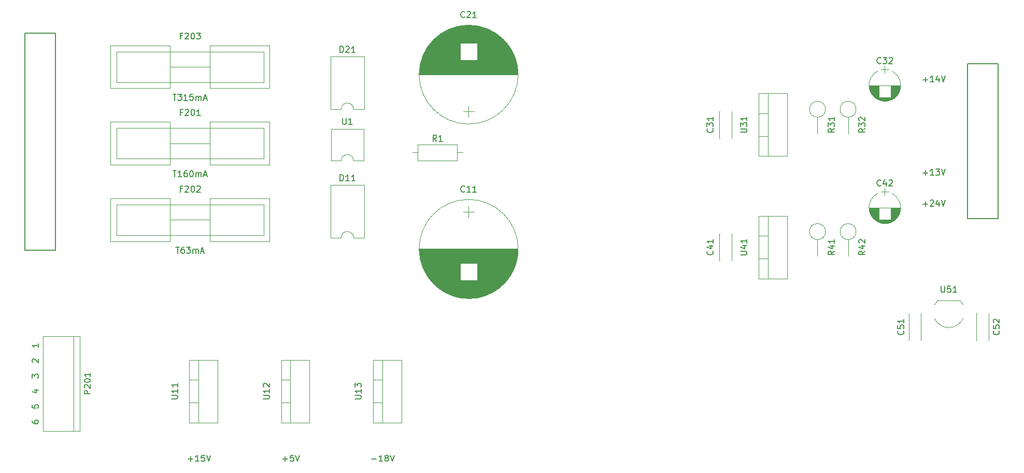
<source format=gbr>
G04 #@! TF.GenerationSoftware,KiCad,Pcbnew,(5.1.7)-1*
G04 #@! TF.CreationDate,2021-11-13T12:17:59+01:00*
G04 #@! TF.ProjectId,ct-1740-psu-board,63742d31-3734-4302-9d70-73752d626f61,rev?*
G04 #@! TF.SameCoordinates,Original*
G04 #@! TF.FileFunction,Legend,Top*
G04 #@! TF.FilePolarity,Positive*
%FSLAX46Y46*%
G04 Gerber Fmt 4.6, Leading zero omitted, Abs format (unit mm)*
G04 Created by KiCad (PCBNEW (5.1.7)-1) date 2021-11-13 12:17:59*
%MOMM*%
%LPD*%
G01*
G04 APERTURE LIST*
%ADD10C,0.150000*%
%ADD11C,0.120000*%
G04 APERTURE END LIST*
D10*
X26702380Y-92809523D02*
X26702380Y-93000000D01*
X26750000Y-93095238D01*
X26797619Y-93142857D01*
X26940476Y-93238095D01*
X27130952Y-93285714D01*
X27511904Y-93285714D01*
X27607142Y-93238095D01*
X27654761Y-93190476D01*
X27702380Y-93095238D01*
X27702380Y-92904761D01*
X27654761Y-92809523D01*
X27607142Y-92761904D01*
X27511904Y-92714285D01*
X27273809Y-92714285D01*
X27178571Y-92761904D01*
X27130952Y-92809523D01*
X27083333Y-92904761D01*
X27083333Y-93095238D01*
X27130952Y-93190476D01*
X27178571Y-93238095D01*
X27273809Y-93285714D01*
X26702380Y-90261904D02*
X26702380Y-90738095D01*
X27178571Y-90785714D01*
X27130952Y-90738095D01*
X27083333Y-90642857D01*
X27083333Y-90404761D01*
X27130952Y-90309523D01*
X27178571Y-90261904D01*
X27273809Y-90214285D01*
X27511904Y-90214285D01*
X27607142Y-90261904D01*
X27654761Y-90309523D01*
X27702380Y-90404761D01*
X27702380Y-90642857D01*
X27654761Y-90738095D01*
X27607142Y-90785714D01*
X27035714Y-87809523D02*
X27702380Y-87809523D01*
X26654761Y-88047619D02*
X27369047Y-88285714D01*
X27369047Y-87666666D01*
X26702380Y-85833333D02*
X26702380Y-85214285D01*
X27083333Y-85547619D01*
X27083333Y-85404761D01*
X27130952Y-85309523D01*
X27178571Y-85261904D01*
X27273809Y-85214285D01*
X27511904Y-85214285D01*
X27607142Y-85261904D01*
X27654761Y-85309523D01*
X27702380Y-85404761D01*
X27702380Y-85690476D01*
X27654761Y-85785714D01*
X27607142Y-85833333D01*
X26797619Y-83285714D02*
X26750000Y-83238095D01*
X26702380Y-83142857D01*
X26702380Y-82904761D01*
X26750000Y-82809523D01*
X26797619Y-82761904D01*
X26892857Y-82714285D01*
X26988095Y-82714285D01*
X27130952Y-82761904D01*
X27702380Y-83333333D01*
X27702380Y-82714285D01*
X27702380Y-80214285D02*
X27702380Y-80785714D01*
X27702380Y-80500000D02*
X26702380Y-80500000D01*
X26845238Y-80595238D01*
X26940476Y-80690476D01*
X26988095Y-80785714D01*
X172238095Y-37071428D02*
X173000000Y-37071428D01*
X172619047Y-37452380D02*
X172619047Y-36690476D01*
X174000000Y-37452380D02*
X173428571Y-37452380D01*
X173714285Y-37452380D02*
X173714285Y-36452380D01*
X173619047Y-36595238D01*
X173523809Y-36690476D01*
X173428571Y-36738095D01*
X174857142Y-36785714D02*
X174857142Y-37452380D01*
X174619047Y-36404761D02*
X174380952Y-37119047D01*
X175000000Y-37119047D01*
X175238095Y-36452380D02*
X175571428Y-37452380D01*
X175904761Y-36452380D01*
X172238095Y-52311428D02*
X173000000Y-52311428D01*
X172619047Y-52692380D02*
X172619047Y-51930476D01*
X174000000Y-52692380D02*
X173428571Y-52692380D01*
X173714285Y-52692380D02*
X173714285Y-51692380D01*
X173619047Y-51835238D01*
X173523809Y-51930476D01*
X173428571Y-51978095D01*
X174333333Y-51692380D02*
X174952380Y-51692380D01*
X174619047Y-52073333D01*
X174761904Y-52073333D01*
X174857142Y-52120952D01*
X174904761Y-52168571D01*
X174952380Y-52263809D01*
X174952380Y-52501904D01*
X174904761Y-52597142D01*
X174857142Y-52644761D01*
X174761904Y-52692380D01*
X174476190Y-52692380D01*
X174380952Y-52644761D01*
X174333333Y-52597142D01*
X175238095Y-51692380D02*
X175571428Y-52692380D01*
X175904761Y-51692380D01*
X172238095Y-57391428D02*
X173000000Y-57391428D01*
X172619047Y-57772380D02*
X172619047Y-57010476D01*
X173428571Y-56867619D02*
X173476190Y-56820000D01*
X173571428Y-56772380D01*
X173809523Y-56772380D01*
X173904761Y-56820000D01*
X173952380Y-56867619D01*
X174000000Y-56962857D01*
X174000000Y-57058095D01*
X173952380Y-57200952D01*
X173380952Y-57772380D01*
X174000000Y-57772380D01*
X174857142Y-57105714D02*
X174857142Y-57772380D01*
X174619047Y-56724761D02*
X174380952Y-57439047D01*
X175000000Y-57439047D01*
X175238095Y-56772380D02*
X175571428Y-57772380D01*
X175904761Y-56772380D01*
X82188095Y-99071428D02*
X82950000Y-99071428D01*
X83950000Y-99452380D02*
X83378571Y-99452380D01*
X83664285Y-99452380D02*
X83664285Y-98452380D01*
X83569047Y-98595238D01*
X83473809Y-98690476D01*
X83378571Y-98738095D01*
X84521428Y-98880952D02*
X84426190Y-98833333D01*
X84378571Y-98785714D01*
X84330952Y-98690476D01*
X84330952Y-98642857D01*
X84378571Y-98547619D01*
X84426190Y-98500000D01*
X84521428Y-98452380D01*
X84711904Y-98452380D01*
X84807142Y-98500000D01*
X84854761Y-98547619D01*
X84902380Y-98642857D01*
X84902380Y-98690476D01*
X84854761Y-98785714D01*
X84807142Y-98833333D01*
X84711904Y-98880952D01*
X84521428Y-98880952D01*
X84426190Y-98928571D01*
X84378571Y-98976190D01*
X84330952Y-99071428D01*
X84330952Y-99261904D01*
X84378571Y-99357142D01*
X84426190Y-99404761D01*
X84521428Y-99452380D01*
X84711904Y-99452380D01*
X84807142Y-99404761D01*
X84854761Y-99357142D01*
X84902380Y-99261904D01*
X84902380Y-99071428D01*
X84854761Y-98976190D01*
X84807142Y-98928571D01*
X84711904Y-98880952D01*
X85188095Y-98452380D02*
X85521428Y-99452380D01*
X85854761Y-98452380D01*
X67664285Y-99071428D02*
X68426190Y-99071428D01*
X68045238Y-99452380D02*
X68045238Y-98690476D01*
X69378571Y-98452380D02*
X68902380Y-98452380D01*
X68854761Y-98928571D01*
X68902380Y-98880952D01*
X68997619Y-98833333D01*
X69235714Y-98833333D01*
X69330952Y-98880952D01*
X69378571Y-98928571D01*
X69426190Y-99023809D01*
X69426190Y-99261904D01*
X69378571Y-99357142D01*
X69330952Y-99404761D01*
X69235714Y-99452380D01*
X68997619Y-99452380D01*
X68902380Y-99404761D01*
X68854761Y-99357142D01*
X69711904Y-98452380D02*
X70045238Y-99452380D01*
X70378571Y-98452380D01*
X52188095Y-99071428D02*
X52950000Y-99071428D01*
X52569047Y-99452380D02*
X52569047Y-98690476D01*
X53950000Y-99452380D02*
X53378571Y-99452380D01*
X53664285Y-99452380D02*
X53664285Y-98452380D01*
X53569047Y-98595238D01*
X53473809Y-98690476D01*
X53378571Y-98738095D01*
X54854761Y-98452380D02*
X54378571Y-98452380D01*
X54330952Y-98928571D01*
X54378571Y-98880952D01*
X54473809Y-98833333D01*
X54711904Y-98833333D01*
X54807142Y-98880952D01*
X54854761Y-98928571D01*
X54902380Y-99023809D01*
X54902380Y-99261904D01*
X54854761Y-99357142D01*
X54807142Y-99404761D01*
X54711904Y-99452380D01*
X54473809Y-99452380D01*
X54378571Y-99404761D01*
X54330952Y-99357142D01*
X55188095Y-98452380D02*
X55521428Y-99452380D01*
X55854761Y-98452380D01*
X50166666Y-64452380D02*
X50738095Y-64452380D01*
X50452380Y-65452380D02*
X50452380Y-64452380D01*
X51500000Y-64452380D02*
X51309523Y-64452380D01*
X51214285Y-64500000D01*
X51166666Y-64547619D01*
X51071428Y-64690476D01*
X51023809Y-64880952D01*
X51023809Y-65261904D01*
X51071428Y-65357142D01*
X51119047Y-65404761D01*
X51214285Y-65452380D01*
X51404761Y-65452380D01*
X51500000Y-65404761D01*
X51547619Y-65357142D01*
X51595238Y-65261904D01*
X51595238Y-65023809D01*
X51547619Y-64928571D01*
X51500000Y-64880952D01*
X51404761Y-64833333D01*
X51214285Y-64833333D01*
X51119047Y-64880952D01*
X51071428Y-64928571D01*
X51023809Y-65023809D01*
X51928571Y-64452380D02*
X52547619Y-64452380D01*
X52214285Y-64833333D01*
X52357142Y-64833333D01*
X52452380Y-64880952D01*
X52500000Y-64928571D01*
X52547619Y-65023809D01*
X52547619Y-65261904D01*
X52500000Y-65357142D01*
X52452380Y-65404761D01*
X52357142Y-65452380D01*
X52071428Y-65452380D01*
X51976190Y-65404761D01*
X51928571Y-65357142D01*
X52976190Y-65452380D02*
X52976190Y-64785714D01*
X52976190Y-64880952D02*
X53023809Y-64833333D01*
X53119047Y-64785714D01*
X53261904Y-64785714D01*
X53357142Y-64833333D01*
X53404761Y-64928571D01*
X53404761Y-65452380D01*
X53404761Y-64928571D02*
X53452380Y-64833333D01*
X53547619Y-64785714D01*
X53690476Y-64785714D01*
X53785714Y-64833333D01*
X53833333Y-64928571D01*
X53833333Y-65452380D01*
X54261904Y-65166666D02*
X54738095Y-65166666D01*
X54166666Y-65452380D02*
X54500000Y-64452380D01*
X54833333Y-65452380D01*
X49690476Y-51952380D02*
X50261904Y-51952380D01*
X49976190Y-52952380D02*
X49976190Y-51952380D01*
X51119047Y-52952380D02*
X50547619Y-52952380D01*
X50833333Y-52952380D02*
X50833333Y-51952380D01*
X50738095Y-52095238D01*
X50642857Y-52190476D01*
X50547619Y-52238095D01*
X51976190Y-51952380D02*
X51785714Y-51952380D01*
X51690476Y-52000000D01*
X51642857Y-52047619D01*
X51547619Y-52190476D01*
X51500000Y-52380952D01*
X51500000Y-52761904D01*
X51547619Y-52857142D01*
X51595238Y-52904761D01*
X51690476Y-52952380D01*
X51880952Y-52952380D01*
X51976190Y-52904761D01*
X52023809Y-52857142D01*
X52071428Y-52761904D01*
X52071428Y-52523809D01*
X52023809Y-52428571D01*
X51976190Y-52380952D01*
X51880952Y-52333333D01*
X51690476Y-52333333D01*
X51595238Y-52380952D01*
X51547619Y-52428571D01*
X51500000Y-52523809D01*
X52690476Y-51952380D02*
X52785714Y-51952380D01*
X52880952Y-52000000D01*
X52928571Y-52047619D01*
X52976190Y-52142857D01*
X53023809Y-52333333D01*
X53023809Y-52571428D01*
X52976190Y-52761904D01*
X52928571Y-52857142D01*
X52880952Y-52904761D01*
X52785714Y-52952380D01*
X52690476Y-52952380D01*
X52595238Y-52904761D01*
X52547619Y-52857142D01*
X52500000Y-52761904D01*
X52452380Y-52571428D01*
X52452380Y-52333333D01*
X52500000Y-52142857D01*
X52547619Y-52047619D01*
X52595238Y-52000000D01*
X52690476Y-51952380D01*
X53452380Y-52952380D02*
X53452380Y-52285714D01*
X53452380Y-52380952D02*
X53500000Y-52333333D01*
X53595238Y-52285714D01*
X53738095Y-52285714D01*
X53833333Y-52333333D01*
X53880952Y-52428571D01*
X53880952Y-52952380D01*
X53880952Y-52428571D02*
X53928571Y-52333333D01*
X54023809Y-52285714D01*
X54166666Y-52285714D01*
X54261904Y-52333333D01*
X54309523Y-52428571D01*
X54309523Y-52952380D01*
X54738095Y-52666666D02*
X55214285Y-52666666D01*
X54642857Y-52952380D02*
X54976190Y-51952380D01*
X55309523Y-52952380D01*
X49690476Y-39452380D02*
X50261904Y-39452380D01*
X49976190Y-40452380D02*
X49976190Y-39452380D01*
X50500000Y-39452380D02*
X51119047Y-39452380D01*
X50785714Y-39833333D01*
X50928571Y-39833333D01*
X51023809Y-39880952D01*
X51071428Y-39928571D01*
X51119047Y-40023809D01*
X51119047Y-40261904D01*
X51071428Y-40357142D01*
X51023809Y-40404761D01*
X50928571Y-40452380D01*
X50642857Y-40452380D01*
X50547619Y-40404761D01*
X50500000Y-40357142D01*
X52071428Y-40452380D02*
X51500000Y-40452380D01*
X51785714Y-40452380D02*
X51785714Y-39452380D01*
X51690476Y-39595238D01*
X51595238Y-39690476D01*
X51500000Y-39738095D01*
X52976190Y-39452380D02*
X52500000Y-39452380D01*
X52452380Y-39928571D01*
X52500000Y-39880952D01*
X52595238Y-39833333D01*
X52833333Y-39833333D01*
X52928571Y-39880952D01*
X52976190Y-39928571D01*
X53023809Y-40023809D01*
X53023809Y-40261904D01*
X52976190Y-40357142D01*
X52928571Y-40404761D01*
X52833333Y-40452380D01*
X52595238Y-40452380D01*
X52500000Y-40404761D01*
X52452380Y-40357142D01*
X53452380Y-40452380D02*
X53452380Y-39785714D01*
X53452380Y-39880952D02*
X53500000Y-39833333D01*
X53595238Y-39785714D01*
X53738095Y-39785714D01*
X53833333Y-39833333D01*
X53880952Y-39928571D01*
X53880952Y-40452380D01*
X53880952Y-39928571D02*
X53928571Y-39833333D01*
X54023809Y-39785714D01*
X54166666Y-39785714D01*
X54261904Y-39833333D01*
X54309523Y-39928571D01*
X54309523Y-40452380D01*
X54738095Y-40166666D02*
X55214285Y-40166666D01*
X54642857Y-40452380D02*
X54976190Y-39452380D01*
X55309523Y-40452380D01*
D11*
X106090000Y-64750000D02*
G75*
G03*
X106090000Y-64750000I-8090000J0D01*
G01*
X106051000Y-64750000D02*
X89949000Y-64750000D01*
X106050000Y-64790000D02*
X89950000Y-64790000D01*
X106050000Y-64830000D02*
X89950000Y-64830000D01*
X106050000Y-64870000D02*
X89950000Y-64870000D01*
X106049000Y-64910000D02*
X89951000Y-64910000D01*
X106048000Y-64950000D02*
X89952000Y-64950000D01*
X106047000Y-64990000D02*
X89953000Y-64990000D01*
X106046000Y-65030000D02*
X89954000Y-65030000D01*
X106044000Y-65070000D02*
X89956000Y-65070000D01*
X106042000Y-65110000D02*
X89958000Y-65110000D01*
X106041000Y-65150000D02*
X89959000Y-65150000D01*
X106039000Y-65190000D02*
X89961000Y-65190000D01*
X106036000Y-65230000D02*
X89964000Y-65230000D01*
X106034000Y-65270000D02*
X89966000Y-65270000D01*
X106031000Y-65310000D02*
X89969000Y-65310000D01*
X106028000Y-65350000D02*
X89972000Y-65350000D01*
X106025000Y-65390000D02*
X89975000Y-65390000D01*
X106022000Y-65430000D02*
X89978000Y-65430000D01*
X106018000Y-65471000D02*
X89982000Y-65471000D01*
X106015000Y-65511000D02*
X89985000Y-65511000D01*
X106011000Y-65551000D02*
X89989000Y-65551000D01*
X106007000Y-65591000D02*
X89993000Y-65591000D01*
X106002000Y-65631000D02*
X89998000Y-65631000D01*
X105998000Y-65671000D02*
X90002000Y-65671000D01*
X105993000Y-65711000D02*
X90007000Y-65711000D01*
X105988000Y-65751000D02*
X90012000Y-65751000D01*
X105983000Y-65791000D02*
X90017000Y-65791000D01*
X105978000Y-65831000D02*
X90022000Y-65831000D01*
X105973000Y-65871000D02*
X90027000Y-65871000D01*
X105967000Y-65911000D02*
X90033000Y-65911000D01*
X105961000Y-65951000D02*
X90039000Y-65951000D01*
X105955000Y-65991000D02*
X90045000Y-65991000D01*
X105949000Y-66031000D02*
X90051000Y-66031000D01*
X105942000Y-66071000D02*
X90058000Y-66071000D01*
X105935000Y-66111000D02*
X90065000Y-66111000D01*
X105928000Y-66151000D02*
X90072000Y-66151000D01*
X105921000Y-66191000D02*
X90079000Y-66191000D01*
X105914000Y-66231000D02*
X90086000Y-66231000D01*
X105906000Y-66271000D02*
X90094000Y-66271000D01*
X105899000Y-66311000D02*
X90101000Y-66311000D01*
X105891000Y-66351000D02*
X90109000Y-66351000D01*
X105883000Y-66391000D02*
X90117000Y-66391000D01*
X105874000Y-66431000D02*
X90126000Y-66431000D01*
X105866000Y-66471000D02*
X90134000Y-66471000D01*
X105857000Y-66511000D02*
X90143000Y-66511000D01*
X105848000Y-66551000D02*
X90152000Y-66551000D01*
X105838000Y-66591000D02*
X90162000Y-66591000D01*
X105829000Y-66631000D02*
X90171000Y-66631000D01*
X105819000Y-66671000D02*
X90181000Y-66671000D01*
X105809000Y-66711000D02*
X90191000Y-66711000D01*
X105799000Y-66751000D02*
X90201000Y-66751000D01*
X105789000Y-66791000D02*
X90211000Y-66791000D01*
X105779000Y-66831000D02*
X90221000Y-66831000D01*
X105768000Y-66871000D02*
X90232000Y-66871000D01*
X105757000Y-66911000D02*
X90243000Y-66911000D01*
X105746000Y-66951000D02*
X90254000Y-66951000D01*
X105734000Y-66991000D02*
X90266000Y-66991000D01*
X105723000Y-67031000D02*
X90277000Y-67031000D01*
X105711000Y-67071000D02*
X90289000Y-67071000D01*
X105699000Y-67111000D02*
X90301000Y-67111000D01*
X105686000Y-67151000D02*
X99380000Y-67151000D01*
X96620000Y-67151000D02*
X90314000Y-67151000D01*
X105674000Y-67191000D02*
X99380000Y-67191000D01*
X96620000Y-67191000D02*
X90326000Y-67191000D01*
X105661000Y-67231000D02*
X99380000Y-67231000D01*
X96620000Y-67231000D02*
X90339000Y-67231000D01*
X105648000Y-67271000D02*
X99380000Y-67271000D01*
X96620000Y-67271000D02*
X90352000Y-67271000D01*
X105635000Y-67311000D02*
X99380000Y-67311000D01*
X96620000Y-67311000D02*
X90365000Y-67311000D01*
X105621000Y-67351000D02*
X99380000Y-67351000D01*
X96620000Y-67351000D02*
X90379000Y-67351000D01*
X105608000Y-67391000D02*
X99380000Y-67391000D01*
X96620000Y-67391000D02*
X90392000Y-67391000D01*
X105594000Y-67431000D02*
X99380000Y-67431000D01*
X96620000Y-67431000D02*
X90406000Y-67431000D01*
X105580000Y-67471000D02*
X99380000Y-67471000D01*
X96620000Y-67471000D02*
X90420000Y-67471000D01*
X105565000Y-67511000D02*
X99380000Y-67511000D01*
X96620000Y-67511000D02*
X90435000Y-67511000D01*
X105550000Y-67551000D02*
X99380000Y-67551000D01*
X96620000Y-67551000D02*
X90450000Y-67551000D01*
X105536000Y-67591000D02*
X99380000Y-67591000D01*
X96620000Y-67591000D02*
X90464000Y-67591000D01*
X105521000Y-67631000D02*
X99380000Y-67631000D01*
X96620000Y-67631000D02*
X90479000Y-67631000D01*
X105505000Y-67671000D02*
X99380000Y-67671000D01*
X96620000Y-67671000D02*
X90495000Y-67671000D01*
X105490000Y-67711000D02*
X99380000Y-67711000D01*
X96620000Y-67711000D02*
X90510000Y-67711000D01*
X105474000Y-67751000D02*
X99380000Y-67751000D01*
X96620000Y-67751000D02*
X90526000Y-67751000D01*
X105458000Y-67791000D02*
X99380000Y-67791000D01*
X96620000Y-67791000D02*
X90542000Y-67791000D01*
X105441000Y-67831000D02*
X99380000Y-67831000D01*
X96620000Y-67831000D02*
X90559000Y-67831000D01*
X105425000Y-67871000D02*
X99380000Y-67871000D01*
X96620000Y-67871000D02*
X90575000Y-67871000D01*
X105408000Y-67911000D02*
X99380000Y-67911000D01*
X96620000Y-67911000D02*
X90592000Y-67911000D01*
X105391000Y-67951000D02*
X99380000Y-67951000D01*
X96620000Y-67951000D02*
X90609000Y-67951000D01*
X105373000Y-67991000D02*
X99380000Y-67991000D01*
X96620000Y-67991000D02*
X90627000Y-67991000D01*
X105356000Y-68031000D02*
X99380000Y-68031000D01*
X96620000Y-68031000D02*
X90644000Y-68031000D01*
X105338000Y-68071000D02*
X99380000Y-68071000D01*
X96620000Y-68071000D02*
X90662000Y-68071000D01*
X105320000Y-68111000D02*
X99380000Y-68111000D01*
X96620000Y-68111000D02*
X90680000Y-68111000D01*
X105301000Y-68151000D02*
X99380000Y-68151000D01*
X96620000Y-68151000D02*
X90699000Y-68151000D01*
X105283000Y-68191000D02*
X99380000Y-68191000D01*
X96620000Y-68191000D02*
X90717000Y-68191000D01*
X105264000Y-68231000D02*
X99380000Y-68231000D01*
X96620000Y-68231000D02*
X90736000Y-68231000D01*
X105245000Y-68271000D02*
X99380000Y-68271000D01*
X96620000Y-68271000D02*
X90755000Y-68271000D01*
X105225000Y-68311000D02*
X99380000Y-68311000D01*
X96620000Y-68311000D02*
X90775000Y-68311000D01*
X105205000Y-68351000D02*
X99380000Y-68351000D01*
X96620000Y-68351000D02*
X90795000Y-68351000D01*
X105185000Y-68391000D02*
X99380000Y-68391000D01*
X96620000Y-68391000D02*
X90815000Y-68391000D01*
X105165000Y-68431000D02*
X99380000Y-68431000D01*
X96620000Y-68431000D02*
X90835000Y-68431000D01*
X105144000Y-68471000D02*
X99380000Y-68471000D01*
X96620000Y-68471000D02*
X90856000Y-68471000D01*
X105124000Y-68511000D02*
X99380000Y-68511000D01*
X96620000Y-68511000D02*
X90876000Y-68511000D01*
X105102000Y-68551000D02*
X99380000Y-68551000D01*
X96620000Y-68551000D02*
X90898000Y-68551000D01*
X105081000Y-68591000D02*
X99380000Y-68591000D01*
X96620000Y-68591000D02*
X90919000Y-68591000D01*
X105059000Y-68631000D02*
X99380000Y-68631000D01*
X96620000Y-68631000D02*
X90941000Y-68631000D01*
X105037000Y-68671000D02*
X99380000Y-68671000D01*
X96620000Y-68671000D02*
X90963000Y-68671000D01*
X105015000Y-68711000D02*
X99380000Y-68711000D01*
X96620000Y-68711000D02*
X90985000Y-68711000D01*
X104992000Y-68751000D02*
X99380000Y-68751000D01*
X96620000Y-68751000D02*
X91008000Y-68751000D01*
X104970000Y-68791000D02*
X99380000Y-68791000D01*
X96620000Y-68791000D02*
X91030000Y-68791000D01*
X104946000Y-68831000D02*
X99380000Y-68831000D01*
X96620000Y-68831000D02*
X91054000Y-68831000D01*
X104923000Y-68871000D02*
X99380000Y-68871000D01*
X96620000Y-68871000D02*
X91077000Y-68871000D01*
X104899000Y-68911000D02*
X99380000Y-68911000D01*
X96620000Y-68911000D02*
X91101000Y-68911000D01*
X104875000Y-68951000D02*
X99380000Y-68951000D01*
X96620000Y-68951000D02*
X91125000Y-68951000D01*
X104850000Y-68991000D02*
X99380000Y-68991000D01*
X96620000Y-68991000D02*
X91150000Y-68991000D01*
X104826000Y-69031000D02*
X99380000Y-69031000D01*
X96620000Y-69031000D02*
X91174000Y-69031000D01*
X104801000Y-69071000D02*
X99380000Y-69071000D01*
X96620000Y-69071000D02*
X91199000Y-69071000D01*
X104775000Y-69111000D02*
X99380000Y-69111000D01*
X96620000Y-69111000D02*
X91225000Y-69111000D01*
X104749000Y-69151000D02*
X99380000Y-69151000D01*
X96620000Y-69151000D02*
X91251000Y-69151000D01*
X104723000Y-69191000D02*
X99380000Y-69191000D01*
X96620000Y-69191000D02*
X91277000Y-69191000D01*
X104697000Y-69231000D02*
X99380000Y-69231000D01*
X96620000Y-69231000D02*
X91303000Y-69231000D01*
X104670000Y-69271000D02*
X99380000Y-69271000D01*
X96620000Y-69271000D02*
X91330000Y-69271000D01*
X104643000Y-69311000D02*
X99380000Y-69311000D01*
X96620000Y-69311000D02*
X91357000Y-69311000D01*
X104615000Y-69351000D02*
X99380000Y-69351000D01*
X96620000Y-69351000D02*
X91385000Y-69351000D01*
X104588000Y-69391000D02*
X99380000Y-69391000D01*
X96620000Y-69391000D02*
X91412000Y-69391000D01*
X104559000Y-69431000D02*
X99380000Y-69431000D01*
X96620000Y-69431000D02*
X91441000Y-69431000D01*
X104531000Y-69471000D02*
X99380000Y-69471000D01*
X96620000Y-69471000D02*
X91469000Y-69471000D01*
X104502000Y-69511000D02*
X99380000Y-69511000D01*
X96620000Y-69511000D02*
X91498000Y-69511000D01*
X104473000Y-69551000D02*
X99380000Y-69551000D01*
X96620000Y-69551000D02*
X91527000Y-69551000D01*
X104443000Y-69591000D02*
X99380000Y-69591000D01*
X96620000Y-69591000D02*
X91557000Y-69591000D01*
X104413000Y-69631000D02*
X99380000Y-69631000D01*
X96620000Y-69631000D02*
X91587000Y-69631000D01*
X104382000Y-69671000D02*
X99380000Y-69671000D01*
X96620000Y-69671000D02*
X91618000Y-69671000D01*
X104352000Y-69711000D02*
X99380000Y-69711000D01*
X96620000Y-69711000D02*
X91648000Y-69711000D01*
X104320000Y-69751000D02*
X99380000Y-69751000D01*
X96620000Y-69751000D02*
X91680000Y-69751000D01*
X104289000Y-69791000D02*
X99380000Y-69791000D01*
X96620000Y-69791000D02*
X91711000Y-69791000D01*
X104257000Y-69831000D02*
X99380000Y-69831000D01*
X96620000Y-69831000D02*
X91743000Y-69831000D01*
X104224000Y-69871000D02*
X99380000Y-69871000D01*
X96620000Y-69871000D02*
X91776000Y-69871000D01*
X104191000Y-69911000D02*
X91809000Y-69911000D01*
X104158000Y-69951000D02*
X91842000Y-69951000D01*
X104124000Y-69991000D02*
X91876000Y-69991000D01*
X104090000Y-70031000D02*
X91910000Y-70031000D01*
X104055000Y-70071000D02*
X91945000Y-70071000D01*
X104020000Y-70111000D02*
X91980000Y-70111000D01*
X103984000Y-70151000D02*
X92016000Y-70151000D01*
X103948000Y-70191000D02*
X92052000Y-70191000D01*
X103912000Y-70231000D02*
X92088000Y-70231000D01*
X103875000Y-70271000D02*
X92125000Y-70271000D01*
X103837000Y-70311000D02*
X92163000Y-70311000D01*
X103799000Y-70351000D02*
X92201000Y-70351000D01*
X103760000Y-70391000D02*
X92240000Y-70391000D01*
X103721000Y-70431000D02*
X92279000Y-70431000D01*
X103681000Y-70471000D02*
X92319000Y-70471000D01*
X103641000Y-70511000D02*
X92359000Y-70511000D01*
X103600000Y-70551000D02*
X92400000Y-70551000D01*
X103559000Y-70591000D02*
X92441000Y-70591000D01*
X103517000Y-70631000D02*
X92483000Y-70631000D01*
X103474000Y-70671000D02*
X92526000Y-70671000D01*
X103431000Y-70711000D02*
X92569000Y-70711000D01*
X103387000Y-70751000D02*
X92613000Y-70751000D01*
X103343000Y-70791000D02*
X92657000Y-70791000D01*
X103297000Y-70831000D02*
X92703000Y-70831000D01*
X103251000Y-70871000D02*
X92749000Y-70871000D01*
X103205000Y-70911000D02*
X92795000Y-70911000D01*
X103157000Y-70951000D02*
X92843000Y-70951000D01*
X103109000Y-70991000D02*
X92891000Y-70991000D01*
X103060000Y-71031000D02*
X92940000Y-71031000D01*
X103011000Y-71071000D02*
X92989000Y-71071000D01*
X102960000Y-71111000D02*
X93040000Y-71111000D01*
X102909000Y-71151000D02*
X93091000Y-71151000D01*
X102857000Y-71191000D02*
X93143000Y-71191000D01*
X102804000Y-71231000D02*
X93196000Y-71231000D01*
X102750000Y-71271000D02*
X93250000Y-71271000D01*
X102695000Y-71311000D02*
X93305000Y-71311000D01*
X102639000Y-71351000D02*
X93361000Y-71351000D01*
X102582000Y-71391000D02*
X93418000Y-71391000D01*
X102524000Y-71431000D02*
X93476000Y-71431000D01*
X102465000Y-71471000D02*
X93535000Y-71471000D01*
X102405000Y-71511000D02*
X93595000Y-71511000D01*
X102343000Y-71551000D02*
X93657000Y-71551000D01*
X102281000Y-71591000D02*
X93719000Y-71591000D01*
X102217000Y-71631000D02*
X93783000Y-71631000D01*
X102151000Y-71671000D02*
X93849000Y-71671000D01*
X102084000Y-71711000D02*
X93916000Y-71711000D01*
X102016000Y-71751000D02*
X93984000Y-71751000D01*
X101946000Y-71791000D02*
X94054000Y-71791000D01*
X101875000Y-71831000D02*
X94125000Y-71831000D01*
X101802000Y-71871000D02*
X94198000Y-71871000D01*
X101726000Y-71911000D02*
X94274000Y-71911000D01*
X101649000Y-71951000D02*
X94351000Y-71951000D01*
X101570000Y-71991000D02*
X94430000Y-71991000D01*
X101489000Y-72031000D02*
X94511000Y-72031000D01*
X101405000Y-72071000D02*
X94595000Y-72071000D01*
X101319000Y-72111000D02*
X94681000Y-72111000D01*
X101230000Y-72151000D02*
X94770000Y-72151000D01*
X101138000Y-72191000D02*
X94862000Y-72191000D01*
X101042000Y-72231000D02*
X94958000Y-72231000D01*
X100943000Y-72271000D02*
X95057000Y-72271000D01*
X100841000Y-72311000D02*
X95159000Y-72311000D01*
X100733000Y-72351000D02*
X95267000Y-72351000D01*
X100621000Y-72391000D02*
X95379000Y-72391000D01*
X100503000Y-72431000D02*
X95497000Y-72431000D01*
X100379000Y-72471000D02*
X95621000Y-72471000D01*
X100248000Y-72511000D02*
X95752000Y-72511000D01*
X100107000Y-72551000D02*
X95893000Y-72551000D01*
X99956000Y-72591000D02*
X96044000Y-72591000D01*
X99792000Y-72631000D02*
X96208000Y-72631000D01*
X99610000Y-72671000D02*
X96390000Y-72671000D01*
X99405000Y-72711000D02*
X96595000Y-72711000D01*
X99164000Y-72751000D02*
X96836000Y-72751000D01*
X98859000Y-72791000D02*
X97141000Y-72791000D01*
X98363000Y-72831000D02*
X97637000Y-72831000D01*
X98000000Y-57800000D02*
X98000000Y-59600000D01*
X98900000Y-58700000D02*
X97100000Y-58700000D01*
X171930000Y-75290000D02*
X171930000Y-79710000D01*
X169910000Y-75290000D02*
X169910000Y-79710000D01*
X171930000Y-75290000D02*
X171916000Y-75290000D01*
X169924000Y-75290000D02*
X169910000Y-75290000D01*
X171930000Y-79710000D02*
X171916000Y-79710000D01*
X169924000Y-79710000D02*
X169910000Y-79710000D01*
X97100000Y-42300000D02*
X98900000Y-42300000D01*
X98000000Y-43200000D02*
X98000000Y-41400000D01*
X97637000Y-28169000D02*
X98363000Y-28169000D01*
X97141000Y-28209000D02*
X98859000Y-28209000D01*
X96836000Y-28249000D02*
X99164000Y-28249000D01*
X96595000Y-28289000D02*
X99405000Y-28289000D01*
X96390000Y-28329000D02*
X99610000Y-28329000D01*
X96208000Y-28369000D02*
X99792000Y-28369000D01*
X96044000Y-28409000D02*
X99956000Y-28409000D01*
X95893000Y-28449000D02*
X100107000Y-28449000D01*
X95752000Y-28489000D02*
X100248000Y-28489000D01*
X95621000Y-28529000D02*
X100379000Y-28529000D01*
X95497000Y-28569000D02*
X100503000Y-28569000D01*
X95379000Y-28609000D02*
X100621000Y-28609000D01*
X95267000Y-28649000D02*
X100733000Y-28649000D01*
X95159000Y-28689000D02*
X100841000Y-28689000D01*
X95057000Y-28729000D02*
X100943000Y-28729000D01*
X94958000Y-28769000D02*
X101042000Y-28769000D01*
X94862000Y-28809000D02*
X101138000Y-28809000D01*
X94770000Y-28849000D02*
X101230000Y-28849000D01*
X94681000Y-28889000D02*
X101319000Y-28889000D01*
X94595000Y-28929000D02*
X101405000Y-28929000D01*
X94511000Y-28969000D02*
X101489000Y-28969000D01*
X94430000Y-29009000D02*
X101570000Y-29009000D01*
X94351000Y-29049000D02*
X101649000Y-29049000D01*
X94274000Y-29089000D02*
X101726000Y-29089000D01*
X94198000Y-29129000D02*
X101802000Y-29129000D01*
X94125000Y-29169000D02*
X101875000Y-29169000D01*
X94054000Y-29209000D02*
X101946000Y-29209000D01*
X93984000Y-29249000D02*
X102016000Y-29249000D01*
X93916000Y-29289000D02*
X102084000Y-29289000D01*
X93849000Y-29329000D02*
X102151000Y-29329000D01*
X93783000Y-29369000D02*
X102217000Y-29369000D01*
X93719000Y-29409000D02*
X102281000Y-29409000D01*
X93657000Y-29449000D02*
X102343000Y-29449000D01*
X93595000Y-29489000D02*
X102405000Y-29489000D01*
X93535000Y-29529000D02*
X102465000Y-29529000D01*
X93476000Y-29569000D02*
X102524000Y-29569000D01*
X93418000Y-29609000D02*
X102582000Y-29609000D01*
X93361000Y-29649000D02*
X102639000Y-29649000D01*
X93305000Y-29689000D02*
X102695000Y-29689000D01*
X93250000Y-29729000D02*
X102750000Y-29729000D01*
X93196000Y-29769000D02*
X102804000Y-29769000D01*
X93143000Y-29809000D02*
X102857000Y-29809000D01*
X93091000Y-29849000D02*
X102909000Y-29849000D01*
X93040000Y-29889000D02*
X102960000Y-29889000D01*
X92989000Y-29929000D02*
X103011000Y-29929000D01*
X92940000Y-29969000D02*
X103060000Y-29969000D01*
X92891000Y-30009000D02*
X103109000Y-30009000D01*
X92843000Y-30049000D02*
X103157000Y-30049000D01*
X92795000Y-30089000D02*
X103205000Y-30089000D01*
X92749000Y-30129000D02*
X103251000Y-30129000D01*
X92703000Y-30169000D02*
X103297000Y-30169000D01*
X92657000Y-30209000D02*
X103343000Y-30209000D01*
X92613000Y-30249000D02*
X103387000Y-30249000D01*
X92569000Y-30289000D02*
X103431000Y-30289000D01*
X92526000Y-30329000D02*
X103474000Y-30329000D01*
X92483000Y-30369000D02*
X103517000Y-30369000D01*
X92441000Y-30409000D02*
X103559000Y-30409000D01*
X92400000Y-30449000D02*
X103600000Y-30449000D01*
X92359000Y-30489000D02*
X103641000Y-30489000D01*
X92319000Y-30529000D02*
X103681000Y-30529000D01*
X92279000Y-30569000D02*
X103721000Y-30569000D01*
X92240000Y-30609000D02*
X103760000Y-30609000D01*
X92201000Y-30649000D02*
X103799000Y-30649000D01*
X92163000Y-30689000D02*
X103837000Y-30689000D01*
X92125000Y-30729000D02*
X103875000Y-30729000D01*
X92088000Y-30769000D02*
X103912000Y-30769000D01*
X92052000Y-30809000D02*
X103948000Y-30809000D01*
X92016000Y-30849000D02*
X103984000Y-30849000D01*
X91980000Y-30889000D02*
X104020000Y-30889000D01*
X91945000Y-30929000D02*
X104055000Y-30929000D01*
X91910000Y-30969000D02*
X104090000Y-30969000D01*
X91876000Y-31009000D02*
X104124000Y-31009000D01*
X91842000Y-31049000D02*
X104158000Y-31049000D01*
X91809000Y-31089000D02*
X104191000Y-31089000D01*
X99380000Y-31129000D02*
X104224000Y-31129000D01*
X91776000Y-31129000D02*
X96620000Y-31129000D01*
X99380000Y-31169000D02*
X104257000Y-31169000D01*
X91743000Y-31169000D02*
X96620000Y-31169000D01*
X99380000Y-31209000D02*
X104289000Y-31209000D01*
X91711000Y-31209000D02*
X96620000Y-31209000D01*
X99380000Y-31249000D02*
X104320000Y-31249000D01*
X91680000Y-31249000D02*
X96620000Y-31249000D01*
X99380000Y-31289000D02*
X104352000Y-31289000D01*
X91648000Y-31289000D02*
X96620000Y-31289000D01*
X99380000Y-31329000D02*
X104382000Y-31329000D01*
X91618000Y-31329000D02*
X96620000Y-31329000D01*
X99380000Y-31369000D02*
X104413000Y-31369000D01*
X91587000Y-31369000D02*
X96620000Y-31369000D01*
X99380000Y-31409000D02*
X104443000Y-31409000D01*
X91557000Y-31409000D02*
X96620000Y-31409000D01*
X99380000Y-31449000D02*
X104473000Y-31449000D01*
X91527000Y-31449000D02*
X96620000Y-31449000D01*
X99380000Y-31489000D02*
X104502000Y-31489000D01*
X91498000Y-31489000D02*
X96620000Y-31489000D01*
X99380000Y-31529000D02*
X104531000Y-31529000D01*
X91469000Y-31529000D02*
X96620000Y-31529000D01*
X99380000Y-31569000D02*
X104559000Y-31569000D01*
X91441000Y-31569000D02*
X96620000Y-31569000D01*
X99380000Y-31609000D02*
X104588000Y-31609000D01*
X91412000Y-31609000D02*
X96620000Y-31609000D01*
X99380000Y-31649000D02*
X104615000Y-31649000D01*
X91385000Y-31649000D02*
X96620000Y-31649000D01*
X99380000Y-31689000D02*
X104643000Y-31689000D01*
X91357000Y-31689000D02*
X96620000Y-31689000D01*
X99380000Y-31729000D02*
X104670000Y-31729000D01*
X91330000Y-31729000D02*
X96620000Y-31729000D01*
X99380000Y-31769000D02*
X104697000Y-31769000D01*
X91303000Y-31769000D02*
X96620000Y-31769000D01*
X99380000Y-31809000D02*
X104723000Y-31809000D01*
X91277000Y-31809000D02*
X96620000Y-31809000D01*
X99380000Y-31849000D02*
X104749000Y-31849000D01*
X91251000Y-31849000D02*
X96620000Y-31849000D01*
X99380000Y-31889000D02*
X104775000Y-31889000D01*
X91225000Y-31889000D02*
X96620000Y-31889000D01*
X99380000Y-31929000D02*
X104801000Y-31929000D01*
X91199000Y-31929000D02*
X96620000Y-31929000D01*
X99380000Y-31969000D02*
X104826000Y-31969000D01*
X91174000Y-31969000D02*
X96620000Y-31969000D01*
X99380000Y-32009000D02*
X104850000Y-32009000D01*
X91150000Y-32009000D02*
X96620000Y-32009000D01*
X99380000Y-32049000D02*
X104875000Y-32049000D01*
X91125000Y-32049000D02*
X96620000Y-32049000D01*
X99380000Y-32089000D02*
X104899000Y-32089000D01*
X91101000Y-32089000D02*
X96620000Y-32089000D01*
X99380000Y-32129000D02*
X104923000Y-32129000D01*
X91077000Y-32129000D02*
X96620000Y-32129000D01*
X99380000Y-32169000D02*
X104946000Y-32169000D01*
X91054000Y-32169000D02*
X96620000Y-32169000D01*
X99380000Y-32209000D02*
X104970000Y-32209000D01*
X91030000Y-32209000D02*
X96620000Y-32209000D01*
X99380000Y-32249000D02*
X104992000Y-32249000D01*
X91008000Y-32249000D02*
X96620000Y-32249000D01*
X99380000Y-32289000D02*
X105015000Y-32289000D01*
X90985000Y-32289000D02*
X96620000Y-32289000D01*
X99380000Y-32329000D02*
X105037000Y-32329000D01*
X90963000Y-32329000D02*
X96620000Y-32329000D01*
X99380000Y-32369000D02*
X105059000Y-32369000D01*
X90941000Y-32369000D02*
X96620000Y-32369000D01*
X99380000Y-32409000D02*
X105081000Y-32409000D01*
X90919000Y-32409000D02*
X96620000Y-32409000D01*
X99380000Y-32449000D02*
X105102000Y-32449000D01*
X90898000Y-32449000D02*
X96620000Y-32449000D01*
X99380000Y-32489000D02*
X105124000Y-32489000D01*
X90876000Y-32489000D02*
X96620000Y-32489000D01*
X99380000Y-32529000D02*
X105144000Y-32529000D01*
X90856000Y-32529000D02*
X96620000Y-32529000D01*
X99380000Y-32569000D02*
X105165000Y-32569000D01*
X90835000Y-32569000D02*
X96620000Y-32569000D01*
X99380000Y-32609000D02*
X105185000Y-32609000D01*
X90815000Y-32609000D02*
X96620000Y-32609000D01*
X99380000Y-32649000D02*
X105205000Y-32649000D01*
X90795000Y-32649000D02*
X96620000Y-32649000D01*
X99380000Y-32689000D02*
X105225000Y-32689000D01*
X90775000Y-32689000D02*
X96620000Y-32689000D01*
X99380000Y-32729000D02*
X105245000Y-32729000D01*
X90755000Y-32729000D02*
X96620000Y-32729000D01*
X99380000Y-32769000D02*
X105264000Y-32769000D01*
X90736000Y-32769000D02*
X96620000Y-32769000D01*
X99380000Y-32809000D02*
X105283000Y-32809000D01*
X90717000Y-32809000D02*
X96620000Y-32809000D01*
X99380000Y-32849000D02*
X105301000Y-32849000D01*
X90699000Y-32849000D02*
X96620000Y-32849000D01*
X99380000Y-32889000D02*
X105320000Y-32889000D01*
X90680000Y-32889000D02*
X96620000Y-32889000D01*
X99380000Y-32929000D02*
X105338000Y-32929000D01*
X90662000Y-32929000D02*
X96620000Y-32929000D01*
X99380000Y-32969000D02*
X105356000Y-32969000D01*
X90644000Y-32969000D02*
X96620000Y-32969000D01*
X99380000Y-33009000D02*
X105373000Y-33009000D01*
X90627000Y-33009000D02*
X96620000Y-33009000D01*
X99380000Y-33049000D02*
X105391000Y-33049000D01*
X90609000Y-33049000D02*
X96620000Y-33049000D01*
X99380000Y-33089000D02*
X105408000Y-33089000D01*
X90592000Y-33089000D02*
X96620000Y-33089000D01*
X99380000Y-33129000D02*
X105425000Y-33129000D01*
X90575000Y-33129000D02*
X96620000Y-33129000D01*
X99380000Y-33169000D02*
X105441000Y-33169000D01*
X90559000Y-33169000D02*
X96620000Y-33169000D01*
X99380000Y-33209000D02*
X105458000Y-33209000D01*
X90542000Y-33209000D02*
X96620000Y-33209000D01*
X99380000Y-33249000D02*
X105474000Y-33249000D01*
X90526000Y-33249000D02*
X96620000Y-33249000D01*
X99380000Y-33289000D02*
X105490000Y-33289000D01*
X90510000Y-33289000D02*
X96620000Y-33289000D01*
X99380000Y-33329000D02*
X105505000Y-33329000D01*
X90495000Y-33329000D02*
X96620000Y-33329000D01*
X99380000Y-33369000D02*
X105521000Y-33369000D01*
X90479000Y-33369000D02*
X96620000Y-33369000D01*
X99380000Y-33409000D02*
X105536000Y-33409000D01*
X90464000Y-33409000D02*
X96620000Y-33409000D01*
X99380000Y-33449000D02*
X105550000Y-33449000D01*
X90450000Y-33449000D02*
X96620000Y-33449000D01*
X99380000Y-33489000D02*
X105565000Y-33489000D01*
X90435000Y-33489000D02*
X96620000Y-33489000D01*
X99380000Y-33529000D02*
X105580000Y-33529000D01*
X90420000Y-33529000D02*
X96620000Y-33529000D01*
X99380000Y-33569000D02*
X105594000Y-33569000D01*
X90406000Y-33569000D02*
X96620000Y-33569000D01*
X99380000Y-33609000D02*
X105608000Y-33609000D01*
X90392000Y-33609000D02*
X96620000Y-33609000D01*
X99380000Y-33649000D02*
X105621000Y-33649000D01*
X90379000Y-33649000D02*
X96620000Y-33649000D01*
X99380000Y-33689000D02*
X105635000Y-33689000D01*
X90365000Y-33689000D02*
X96620000Y-33689000D01*
X99380000Y-33729000D02*
X105648000Y-33729000D01*
X90352000Y-33729000D02*
X96620000Y-33729000D01*
X99380000Y-33769000D02*
X105661000Y-33769000D01*
X90339000Y-33769000D02*
X96620000Y-33769000D01*
X99380000Y-33809000D02*
X105674000Y-33809000D01*
X90326000Y-33809000D02*
X96620000Y-33809000D01*
X99380000Y-33849000D02*
X105686000Y-33849000D01*
X90314000Y-33849000D02*
X96620000Y-33849000D01*
X90301000Y-33889000D02*
X105699000Y-33889000D01*
X90289000Y-33929000D02*
X105711000Y-33929000D01*
X90277000Y-33969000D02*
X105723000Y-33969000D01*
X90266000Y-34009000D02*
X105734000Y-34009000D01*
X90254000Y-34049000D02*
X105746000Y-34049000D01*
X90243000Y-34089000D02*
X105757000Y-34089000D01*
X90232000Y-34129000D02*
X105768000Y-34129000D01*
X90221000Y-34169000D02*
X105779000Y-34169000D01*
X90211000Y-34209000D02*
X105789000Y-34209000D01*
X90201000Y-34249000D02*
X105799000Y-34249000D01*
X90191000Y-34289000D02*
X105809000Y-34289000D01*
X90181000Y-34329000D02*
X105819000Y-34329000D01*
X90171000Y-34369000D02*
X105829000Y-34369000D01*
X90162000Y-34409000D02*
X105838000Y-34409000D01*
X90152000Y-34449000D02*
X105848000Y-34449000D01*
X90143000Y-34489000D02*
X105857000Y-34489000D01*
X90134000Y-34529000D02*
X105866000Y-34529000D01*
X90126000Y-34569000D02*
X105874000Y-34569000D01*
X90117000Y-34609000D02*
X105883000Y-34609000D01*
X90109000Y-34649000D02*
X105891000Y-34649000D01*
X90101000Y-34689000D02*
X105899000Y-34689000D01*
X90094000Y-34729000D02*
X105906000Y-34729000D01*
X90086000Y-34769000D02*
X105914000Y-34769000D01*
X90079000Y-34809000D02*
X105921000Y-34809000D01*
X90072000Y-34849000D02*
X105928000Y-34849000D01*
X90065000Y-34889000D02*
X105935000Y-34889000D01*
X90058000Y-34929000D02*
X105942000Y-34929000D01*
X90051000Y-34969000D02*
X105949000Y-34969000D01*
X90045000Y-35009000D02*
X105955000Y-35009000D01*
X90039000Y-35049000D02*
X105961000Y-35049000D01*
X90033000Y-35089000D02*
X105967000Y-35089000D01*
X90027000Y-35129000D02*
X105973000Y-35129000D01*
X90022000Y-35169000D02*
X105978000Y-35169000D01*
X90017000Y-35209000D02*
X105983000Y-35209000D01*
X90012000Y-35249000D02*
X105988000Y-35249000D01*
X90007000Y-35289000D02*
X105993000Y-35289000D01*
X90002000Y-35329000D02*
X105998000Y-35329000D01*
X89998000Y-35369000D02*
X106002000Y-35369000D01*
X89993000Y-35409000D02*
X106007000Y-35409000D01*
X89989000Y-35449000D02*
X106011000Y-35449000D01*
X89985000Y-35489000D02*
X106015000Y-35489000D01*
X89982000Y-35529000D02*
X106018000Y-35529000D01*
X89978000Y-35570000D02*
X106022000Y-35570000D01*
X89975000Y-35610000D02*
X106025000Y-35610000D01*
X89972000Y-35650000D02*
X106028000Y-35650000D01*
X89969000Y-35690000D02*
X106031000Y-35690000D01*
X89966000Y-35730000D02*
X106034000Y-35730000D01*
X89964000Y-35770000D02*
X106036000Y-35770000D01*
X89961000Y-35810000D02*
X106039000Y-35810000D01*
X89959000Y-35850000D02*
X106041000Y-35850000D01*
X89958000Y-35890000D02*
X106042000Y-35890000D01*
X89956000Y-35930000D02*
X106044000Y-35930000D01*
X89954000Y-35970000D02*
X106046000Y-35970000D01*
X89953000Y-36010000D02*
X106047000Y-36010000D01*
X89952000Y-36050000D02*
X106048000Y-36050000D01*
X89951000Y-36090000D02*
X106049000Y-36090000D01*
X89950000Y-36130000D02*
X106050000Y-36130000D01*
X89950000Y-36170000D02*
X106050000Y-36170000D01*
X89950000Y-36210000D02*
X106050000Y-36210000D01*
X89949000Y-36250000D02*
X106051000Y-36250000D01*
X106090000Y-36250000D02*
G75*
G03*
X106090000Y-36250000I-8090000J0D01*
G01*
X160000000Y-63230000D02*
X160000000Y-65900000D01*
X161310000Y-61920000D02*
G75*
G03*
X161310000Y-61920000I-1310000J0D01*
G01*
X156310000Y-61920000D02*
G75*
G03*
X156310000Y-61920000I-1310000J0D01*
G01*
X155000000Y-63230000D02*
X155000000Y-65900000D01*
X160000000Y-43230000D02*
X160000000Y-45900000D01*
X161310000Y-41920000D02*
G75*
G03*
X161310000Y-41920000I-1310000J0D01*
G01*
X155000000Y-43230000D02*
X155000000Y-45900000D01*
X156310000Y-41920000D02*
G75*
G03*
X156310000Y-41920000I-1310000J0D01*
G01*
X82380000Y-86149000D02*
X83890000Y-86149000D01*
X82380000Y-89850000D02*
X83890000Y-89850000D01*
X83890000Y-93120000D02*
X83890000Y-82880000D01*
X82380000Y-82880000D02*
X87021000Y-82880000D01*
X82380000Y-93120000D02*
X87021000Y-93120000D01*
X87021000Y-93120000D02*
X87021000Y-82880000D01*
X82380000Y-93120000D02*
X82380000Y-82880000D01*
X75420000Y-62900000D02*
X77190000Y-62900000D01*
X75420000Y-54300000D02*
X75420000Y-62900000D01*
X80960000Y-54300000D02*
X75420000Y-54300000D01*
X80960000Y-62900000D02*
X80960000Y-54300000D01*
X79190000Y-62900000D02*
X80960000Y-62900000D01*
X77190000Y-62900000D02*
G75*
G02*
X79190000Y-62900000I1000000J0D01*
G01*
X67380000Y-86149000D02*
X68890000Y-86149000D01*
X67380000Y-89850000D02*
X68890000Y-89850000D01*
X68890000Y-93120000D02*
X68890000Y-82880000D01*
X67380000Y-82880000D02*
X72021000Y-82880000D01*
X67380000Y-93120000D02*
X72021000Y-93120000D01*
X72021000Y-93120000D02*
X72021000Y-82880000D01*
X67380000Y-93120000D02*
X67380000Y-82880000D01*
X52380000Y-86149000D02*
X53890000Y-86149000D01*
X52380000Y-89850000D02*
X53890000Y-89850000D01*
X53890000Y-93120000D02*
X53890000Y-82880000D01*
X52380000Y-82880000D02*
X57021000Y-82880000D01*
X52380000Y-93120000D02*
X57021000Y-93120000D01*
X57021000Y-93120000D02*
X57021000Y-82880000D01*
X52380000Y-93120000D02*
X52380000Y-82880000D01*
X79190000Y-50330000D02*
X80840000Y-50330000D01*
X80840000Y-50330000D02*
X80840000Y-45130000D01*
X80840000Y-45130000D02*
X75540000Y-45130000D01*
X75540000Y-45130000D02*
X75540000Y-50330000D01*
X75540000Y-50330000D02*
X77190000Y-50330000D01*
X77190000Y-50330000D02*
G75*
G02*
X79190000Y-50330000I1000000J0D01*
G01*
X97020000Y-49000000D02*
X96130000Y-49000000D01*
X88820000Y-49000000D02*
X89710000Y-49000000D01*
X96130000Y-47690000D02*
X89710000Y-47690000D01*
X96130000Y-50310000D02*
X96130000Y-47690000D01*
X89710000Y-50310000D02*
X96130000Y-50310000D01*
X89710000Y-47690000D02*
X89710000Y-50310000D01*
X75420000Y-41900000D02*
X77190000Y-41900000D01*
X75420000Y-33300000D02*
X75420000Y-41900000D01*
X80960000Y-33300000D02*
X75420000Y-33300000D01*
X80960000Y-41900000D02*
X80960000Y-33300000D01*
X79190000Y-41900000D02*
X80960000Y-41900000D01*
X77190000Y-41900000D02*
G75*
G02*
X79190000Y-41900000I1000000J0D01*
G01*
X166650000Y-55400000D02*
X165350000Y-55400000D01*
X166000000Y-54800000D02*
X166000000Y-56000000D01*
X166354000Y-60561000D02*
X165646000Y-60561000D01*
X166559000Y-60521000D02*
X165441000Y-60521000D01*
X166707000Y-60481000D02*
X165293000Y-60481000D01*
X166829000Y-60441000D02*
X165171000Y-60441000D01*
X166934000Y-60401000D02*
X165066000Y-60401000D01*
X167028000Y-60361000D02*
X164972000Y-60361000D01*
X167112000Y-60321000D02*
X164888000Y-60321000D01*
X167189000Y-60281000D02*
X164811000Y-60281000D01*
X167261000Y-60241000D02*
X164739000Y-60241000D01*
X167327000Y-60201000D02*
X164673000Y-60201000D01*
X167390000Y-60161000D02*
X164610000Y-60161000D01*
X167448000Y-60121000D02*
X164552000Y-60121000D01*
X167504000Y-60081000D02*
X164496000Y-60081000D01*
X167556000Y-60041000D02*
X164444000Y-60041000D01*
X167606000Y-60001000D02*
X164394000Y-60001000D01*
X165020000Y-59961000D02*
X164346000Y-59961000D01*
X167654000Y-59961000D02*
X166980000Y-59961000D01*
X165020000Y-59921000D02*
X164301000Y-59921000D01*
X167699000Y-59921000D02*
X166980000Y-59921000D01*
X165020000Y-59881000D02*
X164258000Y-59881000D01*
X167742000Y-59881000D02*
X166980000Y-59881000D01*
X165020000Y-59841000D02*
X164217000Y-59841000D01*
X167783000Y-59841000D02*
X166980000Y-59841000D01*
X165020000Y-59801000D02*
X164177000Y-59801000D01*
X167823000Y-59801000D02*
X166980000Y-59801000D01*
X165020000Y-59761000D02*
X164139000Y-59761000D01*
X167861000Y-59761000D02*
X166980000Y-59761000D01*
X165020000Y-59721000D02*
X164103000Y-59721000D01*
X167897000Y-59721000D02*
X166980000Y-59721000D01*
X165020000Y-59681000D02*
X164068000Y-59681000D01*
X167932000Y-59681000D02*
X166980000Y-59681000D01*
X165020000Y-59641000D02*
X164035000Y-59641000D01*
X167965000Y-59641000D02*
X166980000Y-59641000D01*
X165020000Y-59601000D02*
X164003000Y-59601000D01*
X167997000Y-59601000D02*
X166980000Y-59601000D01*
X165020000Y-59561000D02*
X163972000Y-59561000D01*
X168028000Y-59561000D02*
X166980000Y-59561000D01*
X165020000Y-59521000D02*
X163942000Y-59521000D01*
X168058000Y-59521000D02*
X166980000Y-59521000D01*
X165020000Y-59481000D02*
X163914000Y-59481000D01*
X168086000Y-59481000D02*
X166980000Y-59481000D01*
X165020000Y-59441000D02*
X163887000Y-59441000D01*
X168113000Y-59441000D02*
X166980000Y-59441000D01*
X165020000Y-59401000D02*
X163860000Y-59401000D01*
X168140000Y-59401000D02*
X166980000Y-59401000D01*
X165020000Y-59361000D02*
X163835000Y-59361000D01*
X168165000Y-59361000D02*
X166980000Y-59361000D01*
X165020000Y-59321000D02*
X163811000Y-59321000D01*
X168189000Y-59321000D02*
X166980000Y-59321000D01*
X165020000Y-59281000D02*
X163788000Y-59281000D01*
X168212000Y-59281000D02*
X166980000Y-59281000D01*
X165020000Y-59241000D02*
X163766000Y-59241000D01*
X168234000Y-59241000D02*
X166980000Y-59241000D01*
X165020000Y-59201000D02*
X163744000Y-59201000D01*
X168256000Y-59201000D02*
X166980000Y-59201000D01*
X165020000Y-59161000D02*
X163724000Y-59161000D01*
X168276000Y-59161000D02*
X166980000Y-59161000D01*
X165020000Y-59121000D02*
X163704000Y-59121000D01*
X168296000Y-59121000D02*
X166980000Y-59121000D01*
X165020000Y-59081000D02*
X163685000Y-59081000D01*
X168315000Y-59081000D02*
X166980000Y-59081000D01*
X165020000Y-59041000D02*
X163667000Y-59041000D01*
X168333000Y-59041000D02*
X166980000Y-59041000D01*
X165020000Y-59001000D02*
X163650000Y-59001000D01*
X168350000Y-59001000D02*
X166980000Y-59001000D01*
X165020000Y-58961000D02*
X163634000Y-58961000D01*
X168366000Y-58961000D02*
X166980000Y-58961000D01*
X165020000Y-58921000D02*
X163618000Y-58921000D01*
X168382000Y-58921000D02*
X166980000Y-58921000D01*
X165020000Y-58881000D02*
X163604000Y-58881000D01*
X168396000Y-58881000D02*
X166980000Y-58881000D01*
X165020000Y-58841000D02*
X163590000Y-58841000D01*
X168410000Y-58841000D02*
X166980000Y-58841000D01*
X165020000Y-58801000D02*
X163576000Y-58801000D01*
X168424000Y-58801000D02*
X166980000Y-58801000D01*
X165020000Y-58761000D02*
X163564000Y-58761000D01*
X168436000Y-58761000D02*
X166980000Y-58761000D01*
X165020000Y-58721000D02*
X163552000Y-58721000D01*
X168448000Y-58721000D02*
X166980000Y-58721000D01*
X165020000Y-58680000D02*
X163540000Y-58680000D01*
X168460000Y-58680000D02*
X166980000Y-58680000D01*
X165020000Y-58640000D02*
X163530000Y-58640000D01*
X168470000Y-58640000D02*
X166980000Y-58640000D01*
X165020000Y-58600000D02*
X163520000Y-58600000D01*
X168480000Y-58600000D02*
X166980000Y-58600000D01*
X165020000Y-58560000D02*
X163511000Y-58560000D01*
X168489000Y-58560000D02*
X166980000Y-58560000D01*
X165020000Y-58520000D02*
X163502000Y-58520000D01*
X168498000Y-58520000D02*
X166980000Y-58520000D01*
X165020000Y-58480000D02*
X163494000Y-58480000D01*
X168506000Y-58480000D02*
X166980000Y-58480000D01*
X165020000Y-58440000D02*
X163487000Y-58440000D01*
X168513000Y-58440000D02*
X166980000Y-58440000D01*
X165020000Y-58400000D02*
X163481000Y-58400000D01*
X168519000Y-58400000D02*
X166980000Y-58400000D01*
X165020000Y-58360000D02*
X163475000Y-58360000D01*
X168525000Y-58360000D02*
X166980000Y-58360000D01*
X165020000Y-58320000D02*
X163469000Y-58320000D01*
X168531000Y-58320000D02*
X166980000Y-58320000D01*
X165020000Y-58280000D02*
X163465000Y-58280000D01*
X168535000Y-58280000D02*
X166980000Y-58280000D01*
X165020000Y-58240000D02*
X163461000Y-58240000D01*
X168539000Y-58240000D02*
X166980000Y-58240000D01*
X165020000Y-58200000D02*
X163457000Y-58200000D01*
X168543000Y-58200000D02*
X166980000Y-58200000D01*
X165020000Y-58160000D02*
X163454000Y-58160000D01*
X168546000Y-58160000D02*
X166980000Y-58160000D01*
X165020000Y-58120000D02*
X163452000Y-58120000D01*
X168548000Y-58120000D02*
X166980000Y-58120000D01*
X165020000Y-58080000D02*
X163451000Y-58080000D01*
X168549000Y-58080000D02*
X166980000Y-58080000D01*
X165020000Y-58040000D02*
X163450000Y-58040000D01*
X168550000Y-58040000D02*
X166980000Y-58040000D01*
X168550000Y-58000000D02*
X163450000Y-58000000D01*
X167179723Y-60305722D02*
G75*
G03*
X167180000Y-55694420I-1179723J2305722D01*
G01*
X164820277Y-60305722D02*
G75*
G02*
X164820000Y-55694420I1179723J2305722D01*
G01*
X164820277Y-60305722D02*
G75*
G03*
X167180000Y-60305580I1179723J2305722D01*
G01*
X139004000Y-66670000D02*
X138990000Y-66670000D01*
X141010000Y-66670000D02*
X140996000Y-66670000D01*
X139004000Y-62250000D02*
X138990000Y-62250000D01*
X141010000Y-62250000D02*
X140996000Y-62250000D01*
X138990000Y-62250000D02*
X138990000Y-66670000D01*
X141010000Y-62250000D02*
X141010000Y-66670000D01*
X166650000Y-35400000D02*
X165350000Y-35400000D01*
X166000000Y-34800000D02*
X166000000Y-36000000D01*
X166354000Y-40561000D02*
X165646000Y-40561000D01*
X166559000Y-40521000D02*
X165441000Y-40521000D01*
X166707000Y-40481000D02*
X165293000Y-40481000D01*
X166829000Y-40441000D02*
X165171000Y-40441000D01*
X166934000Y-40401000D02*
X165066000Y-40401000D01*
X167028000Y-40361000D02*
X164972000Y-40361000D01*
X167112000Y-40321000D02*
X164888000Y-40321000D01*
X167189000Y-40281000D02*
X164811000Y-40281000D01*
X167261000Y-40241000D02*
X164739000Y-40241000D01*
X167327000Y-40201000D02*
X164673000Y-40201000D01*
X167390000Y-40161000D02*
X164610000Y-40161000D01*
X167448000Y-40121000D02*
X164552000Y-40121000D01*
X167504000Y-40081000D02*
X164496000Y-40081000D01*
X167556000Y-40041000D02*
X164444000Y-40041000D01*
X167606000Y-40001000D02*
X164394000Y-40001000D01*
X165020000Y-39961000D02*
X164346000Y-39961000D01*
X167654000Y-39961000D02*
X166980000Y-39961000D01*
X165020000Y-39921000D02*
X164301000Y-39921000D01*
X167699000Y-39921000D02*
X166980000Y-39921000D01*
X165020000Y-39881000D02*
X164258000Y-39881000D01*
X167742000Y-39881000D02*
X166980000Y-39881000D01*
X165020000Y-39841000D02*
X164217000Y-39841000D01*
X167783000Y-39841000D02*
X166980000Y-39841000D01*
X165020000Y-39801000D02*
X164177000Y-39801000D01*
X167823000Y-39801000D02*
X166980000Y-39801000D01*
X165020000Y-39761000D02*
X164139000Y-39761000D01*
X167861000Y-39761000D02*
X166980000Y-39761000D01*
X165020000Y-39721000D02*
X164103000Y-39721000D01*
X167897000Y-39721000D02*
X166980000Y-39721000D01*
X165020000Y-39681000D02*
X164068000Y-39681000D01*
X167932000Y-39681000D02*
X166980000Y-39681000D01*
X165020000Y-39641000D02*
X164035000Y-39641000D01*
X167965000Y-39641000D02*
X166980000Y-39641000D01*
X165020000Y-39601000D02*
X164003000Y-39601000D01*
X167997000Y-39601000D02*
X166980000Y-39601000D01*
X165020000Y-39561000D02*
X163972000Y-39561000D01*
X168028000Y-39561000D02*
X166980000Y-39561000D01*
X165020000Y-39521000D02*
X163942000Y-39521000D01*
X168058000Y-39521000D02*
X166980000Y-39521000D01*
X165020000Y-39481000D02*
X163914000Y-39481000D01*
X168086000Y-39481000D02*
X166980000Y-39481000D01*
X165020000Y-39441000D02*
X163887000Y-39441000D01*
X168113000Y-39441000D02*
X166980000Y-39441000D01*
X165020000Y-39401000D02*
X163860000Y-39401000D01*
X168140000Y-39401000D02*
X166980000Y-39401000D01*
X165020000Y-39361000D02*
X163835000Y-39361000D01*
X168165000Y-39361000D02*
X166980000Y-39361000D01*
X165020000Y-39321000D02*
X163811000Y-39321000D01*
X168189000Y-39321000D02*
X166980000Y-39321000D01*
X165020000Y-39281000D02*
X163788000Y-39281000D01*
X168212000Y-39281000D02*
X166980000Y-39281000D01*
X165020000Y-39241000D02*
X163766000Y-39241000D01*
X168234000Y-39241000D02*
X166980000Y-39241000D01*
X165020000Y-39201000D02*
X163744000Y-39201000D01*
X168256000Y-39201000D02*
X166980000Y-39201000D01*
X165020000Y-39161000D02*
X163724000Y-39161000D01*
X168276000Y-39161000D02*
X166980000Y-39161000D01*
X165020000Y-39121000D02*
X163704000Y-39121000D01*
X168296000Y-39121000D02*
X166980000Y-39121000D01*
X165020000Y-39081000D02*
X163685000Y-39081000D01*
X168315000Y-39081000D02*
X166980000Y-39081000D01*
X165020000Y-39041000D02*
X163667000Y-39041000D01*
X168333000Y-39041000D02*
X166980000Y-39041000D01*
X165020000Y-39001000D02*
X163650000Y-39001000D01*
X168350000Y-39001000D02*
X166980000Y-39001000D01*
X165020000Y-38961000D02*
X163634000Y-38961000D01*
X168366000Y-38961000D02*
X166980000Y-38961000D01*
X165020000Y-38921000D02*
X163618000Y-38921000D01*
X168382000Y-38921000D02*
X166980000Y-38921000D01*
X165020000Y-38881000D02*
X163604000Y-38881000D01*
X168396000Y-38881000D02*
X166980000Y-38881000D01*
X165020000Y-38841000D02*
X163590000Y-38841000D01*
X168410000Y-38841000D02*
X166980000Y-38841000D01*
X165020000Y-38801000D02*
X163576000Y-38801000D01*
X168424000Y-38801000D02*
X166980000Y-38801000D01*
X165020000Y-38761000D02*
X163564000Y-38761000D01*
X168436000Y-38761000D02*
X166980000Y-38761000D01*
X165020000Y-38721000D02*
X163552000Y-38721000D01*
X168448000Y-38721000D02*
X166980000Y-38721000D01*
X165020000Y-38680000D02*
X163540000Y-38680000D01*
X168460000Y-38680000D02*
X166980000Y-38680000D01*
X165020000Y-38640000D02*
X163530000Y-38640000D01*
X168470000Y-38640000D02*
X166980000Y-38640000D01*
X165020000Y-38600000D02*
X163520000Y-38600000D01*
X168480000Y-38600000D02*
X166980000Y-38600000D01*
X165020000Y-38560000D02*
X163511000Y-38560000D01*
X168489000Y-38560000D02*
X166980000Y-38560000D01*
X165020000Y-38520000D02*
X163502000Y-38520000D01*
X168498000Y-38520000D02*
X166980000Y-38520000D01*
X165020000Y-38480000D02*
X163494000Y-38480000D01*
X168506000Y-38480000D02*
X166980000Y-38480000D01*
X165020000Y-38440000D02*
X163487000Y-38440000D01*
X168513000Y-38440000D02*
X166980000Y-38440000D01*
X165020000Y-38400000D02*
X163481000Y-38400000D01*
X168519000Y-38400000D02*
X166980000Y-38400000D01*
X165020000Y-38360000D02*
X163475000Y-38360000D01*
X168525000Y-38360000D02*
X166980000Y-38360000D01*
X165020000Y-38320000D02*
X163469000Y-38320000D01*
X168531000Y-38320000D02*
X166980000Y-38320000D01*
X165020000Y-38280000D02*
X163465000Y-38280000D01*
X168535000Y-38280000D02*
X166980000Y-38280000D01*
X165020000Y-38240000D02*
X163461000Y-38240000D01*
X168539000Y-38240000D02*
X166980000Y-38240000D01*
X165020000Y-38200000D02*
X163457000Y-38200000D01*
X168543000Y-38200000D02*
X166980000Y-38200000D01*
X165020000Y-38160000D02*
X163454000Y-38160000D01*
X168546000Y-38160000D02*
X166980000Y-38160000D01*
X165020000Y-38120000D02*
X163452000Y-38120000D01*
X168548000Y-38120000D02*
X166980000Y-38120000D01*
X165020000Y-38080000D02*
X163451000Y-38080000D01*
X168549000Y-38080000D02*
X166980000Y-38080000D01*
X165020000Y-38040000D02*
X163450000Y-38040000D01*
X168550000Y-38040000D02*
X166980000Y-38040000D01*
X168550000Y-38000000D02*
X163450000Y-38000000D01*
X167179723Y-40305722D02*
G75*
G03*
X167180000Y-35694420I-1179723J2305722D01*
G01*
X164820277Y-40305722D02*
G75*
G02*
X164820000Y-35694420I1179723J2305722D01*
G01*
X164820277Y-40305722D02*
G75*
G03*
X167180000Y-40305580I1179723J2305722D01*
G01*
X139004000Y-46670000D02*
X138990000Y-46670000D01*
X141010000Y-46670000D02*
X140996000Y-46670000D01*
X139004000Y-42250000D02*
X138990000Y-42250000D01*
X141010000Y-42250000D02*
X140996000Y-42250000D01*
X138990000Y-42250000D02*
X138990000Y-46670000D01*
X141010000Y-42250000D02*
X141010000Y-46670000D01*
X145380000Y-69580000D02*
X145380000Y-59340000D01*
X150021000Y-69580000D02*
X150021000Y-59340000D01*
X145380000Y-69580000D02*
X150021000Y-69580000D01*
X145380000Y-59340000D02*
X150021000Y-59340000D01*
X146890000Y-69580000D02*
X146890000Y-59340000D01*
X145380000Y-66310000D02*
X146890000Y-66310000D01*
X145380000Y-62609000D02*
X146890000Y-62609000D01*
X145380000Y-49580000D02*
X145380000Y-39340000D01*
X150021000Y-49580000D02*
X150021000Y-39340000D01*
X145380000Y-49580000D02*
X150021000Y-49580000D01*
X145380000Y-39340000D02*
X150021000Y-39340000D01*
X146890000Y-49580000D02*
X146890000Y-39340000D01*
X145380000Y-46310000D02*
X146890000Y-46310000D01*
X145380000Y-42609000D02*
X146890000Y-42609000D01*
X181004000Y-79710000D02*
X180990000Y-79710000D01*
X183010000Y-79710000D02*
X182996000Y-79710000D01*
X181004000Y-75290000D02*
X180990000Y-75290000D01*
X183010000Y-75290000D02*
X182996000Y-75290000D01*
X180990000Y-75290000D02*
X180990000Y-79710000D01*
X183010000Y-75290000D02*
X183010000Y-79710000D01*
X178260000Y-73150000D02*
X174660000Y-73150000D01*
X178784184Y-73877205D02*
G75*
G03*
X178260000Y-73150000I-2324184J-1122795D01*
G01*
X178816400Y-76098807D02*
G75*
G02*
X176460000Y-77600000I-2356400J1098807D01*
G01*
X174103600Y-76098807D02*
G75*
G03*
X176460000Y-77600000I2356400J1098807D01*
G01*
X174135816Y-73877205D02*
G75*
G02*
X174660000Y-73150000I2324184J-1122795D01*
G01*
D10*
X179500000Y-59820000D02*
X179500000Y-34500000D01*
X179500000Y-59820000D02*
X184500000Y-59820000D01*
X184500000Y-59820000D02*
X184500000Y-34500000D01*
X179500000Y-34500000D02*
X184500000Y-34500000D01*
D11*
X28500000Y-79000000D02*
X28500000Y-94500000D01*
X33500000Y-79000000D02*
X33500000Y-94500000D01*
X34500000Y-94500000D02*
X34500000Y-79000000D01*
X34500000Y-79000000D02*
X28500000Y-79000000D01*
X34500000Y-94500000D02*
X28500000Y-94500000D01*
D10*
X25500000Y-29500000D02*
X30500000Y-29500000D01*
X30500000Y-64980000D02*
X30500000Y-29500000D01*
X25500000Y-64980000D02*
X30500000Y-64980000D01*
X25500000Y-64980000D02*
X25500000Y-29500000D01*
D11*
X49250000Y-31500000D02*
X49250000Y-38500000D01*
X49250000Y-38500000D02*
X39500000Y-38500000D01*
X39500000Y-31500000D02*
X39500000Y-38500000D01*
X49250000Y-31500000D02*
X39500000Y-31500000D01*
X40500000Y-32500000D02*
X40500000Y-37500000D01*
X65500000Y-38500000D02*
X64500000Y-38500000D01*
X65500000Y-31500000D02*
X65500000Y-38500000D01*
X65500000Y-31500000D02*
X64500000Y-31500000D01*
X64500000Y-32500000D02*
X64500000Y-37500000D01*
X64500000Y-32500000D02*
X53750000Y-32500000D01*
X64500000Y-37500000D02*
X54000000Y-37500000D01*
X53750000Y-32500000D02*
X42000000Y-32500000D01*
X54000000Y-37500000D02*
X41750000Y-37500000D01*
X42000000Y-32500000D02*
X40500000Y-32500000D01*
X41750000Y-37500000D02*
X40500000Y-37500000D01*
X64500000Y-31500000D02*
X55750000Y-31500000D01*
X64500000Y-38500000D02*
X55750000Y-38500000D01*
X55750000Y-31500000D02*
X55750000Y-38500000D01*
X55750000Y-35000000D02*
X49250000Y-35000000D01*
X49250000Y-44000000D02*
X49250000Y-51000000D01*
X49250000Y-51000000D02*
X39500000Y-51000000D01*
X39500000Y-44000000D02*
X39500000Y-51000000D01*
X49250000Y-44000000D02*
X39500000Y-44000000D01*
X40500000Y-45000000D02*
X40500000Y-50000000D01*
X65500000Y-51000000D02*
X64500000Y-51000000D01*
X65500000Y-44000000D02*
X65500000Y-51000000D01*
X65500000Y-44000000D02*
X64500000Y-44000000D01*
X64500000Y-45000000D02*
X64500000Y-50000000D01*
X64500000Y-45000000D02*
X53750000Y-45000000D01*
X64500000Y-50000000D02*
X54000000Y-50000000D01*
X53750000Y-45000000D02*
X42000000Y-45000000D01*
X54000000Y-50000000D02*
X41750000Y-50000000D01*
X42000000Y-45000000D02*
X40500000Y-45000000D01*
X41750000Y-50000000D02*
X40500000Y-50000000D01*
X64500000Y-44000000D02*
X55750000Y-44000000D01*
X64500000Y-51000000D02*
X55750000Y-51000000D01*
X55750000Y-44000000D02*
X55750000Y-51000000D01*
X55750000Y-47500000D02*
X49250000Y-47500000D01*
X49250000Y-56500000D02*
X49250000Y-63500000D01*
X49250000Y-63500000D02*
X39500000Y-63500000D01*
X39500000Y-56500000D02*
X39500000Y-63500000D01*
X49250000Y-56500000D02*
X39500000Y-56500000D01*
X40500000Y-57500000D02*
X40500000Y-62500000D01*
X65500000Y-63500000D02*
X64500000Y-63500000D01*
X65500000Y-56500000D02*
X65500000Y-63500000D01*
X65500000Y-56500000D02*
X64500000Y-56500000D01*
X64500000Y-57500000D02*
X64500000Y-62500000D01*
X64500000Y-57500000D02*
X53750000Y-57500000D01*
X64500000Y-62500000D02*
X54000000Y-62500000D01*
X53750000Y-57500000D02*
X42000000Y-57500000D01*
X54000000Y-62500000D02*
X41750000Y-62500000D01*
X42000000Y-57500000D02*
X40500000Y-57500000D01*
X41750000Y-62500000D02*
X40500000Y-62500000D01*
X64500000Y-56500000D02*
X55750000Y-56500000D01*
X64500000Y-63500000D02*
X55750000Y-63500000D01*
X55750000Y-56500000D02*
X55750000Y-63500000D01*
X55750000Y-60000000D02*
X49250000Y-60000000D01*
D10*
X97357142Y-55357142D02*
X97309523Y-55404761D01*
X97166666Y-55452380D01*
X97071428Y-55452380D01*
X96928571Y-55404761D01*
X96833333Y-55309523D01*
X96785714Y-55214285D01*
X96738095Y-55023809D01*
X96738095Y-54880952D01*
X96785714Y-54690476D01*
X96833333Y-54595238D01*
X96928571Y-54500000D01*
X97071428Y-54452380D01*
X97166666Y-54452380D01*
X97309523Y-54500000D01*
X97357142Y-54547619D01*
X98309523Y-55452380D02*
X97738095Y-55452380D01*
X98023809Y-55452380D02*
X98023809Y-54452380D01*
X97928571Y-54595238D01*
X97833333Y-54690476D01*
X97738095Y-54738095D01*
X99261904Y-55452380D02*
X98690476Y-55452380D01*
X98976190Y-55452380D02*
X98976190Y-54452380D01*
X98880952Y-54595238D01*
X98785714Y-54690476D01*
X98690476Y-54738095D01*
X169017142Y-78142857D02*
X169064761Y-78190476D01*
X169112380Y-78333333D01*
X169112380Y-78428571D01*
X169064761Y-78571428D01*
X168969523Y-78666666D01*
X168874285Y-78714285D01*
X168683809Y-78761904D01*
X168540952Y-78761904D01*
X168350476Y-78714285D01*
X168255238Y-78666666D01*
X168160000Y-78571428D01*
X168112380Y-78428571D01*
X168112380Y-78333333D01*
X168160000Y-78190476D01*
X168207619Y-78142857D01*
X168112380Y-77238095D02*
X168112380Y-77714285D01*
X168588571Y-77761904D01*
X168540952Y-77714285D01*
X168493333Y-77619047D01*
X168493333Y-77380952D01*
X168540952Y-77285714D01*
X168588571Y-77238095D01*
X168683809Y-77190476D01*
X168921904Y-77190476D01*
X169017142Y-77238095D01*
X169064761Y-77285714D01*
X169112380Y-77380952D01*
X169112380Y-77619047D01*
X169064761Y-77714285D01*
X169017142Y-77761904D01*
X169112380Y-76238095D02*
X169112380Y-76809523D01*
X169112380Y-76523809D02*
X168112380Y-76523809D01*
X168255238Y-76619047D01*
X168350476Y-76714285D01*
X168398095Y-76809523D01*
X97357142Y-26857142D02*
X97309523Y-26904761D01*
X97166666Y-26952380D01*
X97071428Y-26952380D01*
X96928571Y-26904761D01*
X96833333Y-26809523D01*
X96785714Y-26714285D01*
X96738095Y-26523809D01*
X96738095Y-26380952D01*
X96785714Y-26190476D01*
X96833333Y-26095238D01*
X96928571Y-26000000D01*
X97071428Y-25952380D01*
X97166666Y-25952380D01*
X97309523Y-26000000D01*
X97357142Y-26047619D01*
X97738095Y-26047619D02*
X97785714Y-26000000D01*
X97880952Y-25952380D01*
X98119047Y-25952380D01*
X98214285Y-26000000D01*
X98261904Y-26047619D01*
X98309523Y-26142857D01*
X98309523Y-26238095D01*
X98261904Y-26380952D01*
X97690476Y-26952380D01*
X98309523Y-26952380D01*
X99261904Y-26952380D02*
X98690476Y-26952380D01*
X98976190Y-26952380D02*
X98976190Y-25952380D01*
X98880952Y-26095238D01*
X98785714Y-26190476D01*
X98690476Y-26238095D01*
X162762380Y-65102857D02*
X162286190Y-65436190D01*
X162762380Y-65674285D02*
X161762380Y-65674285D01*
X161762380Y-65293333D01*
X161810000Y-65198095D01*
X161857619Y-65150476D01*
X161952857Y-65102857D01*
X162095714Y-65102857D01*
X162190952Y-65150476D01*
X162238571Y-65198095D01*
X162286190Y-65293333D01*
X162286190Y-65674285D01*
X162095714Y-64245714D02*
X162762380Y-64245714D01*
X161714761Y-64483809D02*
X162429047Y-64721904D01*
X162429047Y-64102857D01*
X161857619Y-63769523D02*
X161810000Y-63721904D01*
X161762380Y-63626666D01*
X161762380Y-63388571D01*
X161810000Y-63293333D01*
X161857619Y-63245714D01*
X161952857Y-63198095D01*
X162048095Y-63198095D01*
X162190952Y-63245714D01*
X162762380Y-63817142D01*
X162762380Y-63198095D01*
X157762380Y-65102857D02*
X157286190Y-65436190D01*
X157762380Y-65674285D02*
X156762380Y-65674285D01*
X156762380Y-65293333D01*
X156810000Y-65198095D01*
X156857619Y-65150476D01*
X156952857Y-65102857D01*
X157095714Y-65102857D01*
X157190952Y-65150476D01*
X157238571Y-65198095D01*
X157286190Y-65293333D01*
X157286190Y-65674285D01*
X157095714Y-64245714D02*
X157762380Y-64245714D01*
X156714761Y-64483809D02*
X157429047Y-64721904D01*
X157429047Y-64102857D01*
X157762380Y-63198095D02*
X157762380Y-63769523D01*
X157762380Y-63483809D02*
X156762380Y-63483809D01*
X156905238Y-63579047D01*
X157000476Y-63674285D01*
X157048095Y-63769523D01*
X162762380Y-45102857D02*
X162286190Y-45436190D01*
X162762380Y-45674285D02*
X161762380Y-45674285D01*
X161762380Y-45293333D01*
X161810000Y-45198095D01*
X161857619Y-45150476D01*
X161952857Y-45102857D01*
X162095714Y-45102857D01*
X162190952Y-45150476D01*
X162238571Y-45198095D01*
X162286190Y-45293333D01*
X162286190Y-45674285D01*
X161762380Y-44769523D02*
X161762380Y-44150476D01*
X162143333Y-44483809D01*
X162143333Y-44340952D01*
X162190952Y-44245714D01*
X162238571Y-44198095D01*
X162333809Y-44150476D01*
X162571904Y-44150476D01*
X162667142Y-44198095D01*
X162714761Y-44245714D01*
X162762380Y-44340952D01*
X162762380Y-44626666D01*
X162714761Y-44721904D01*
X162667142Y-44769523D01*
X161857619Y-43769523D02*
X161810000Y-43721904D01*
X161762380Y-43626666D01*
X161762380Y-43388571D01*
X161810000Y-43293333D01*
X161857619Y-43245714D01*
X161952857Y-43198095D01*
X162048095Y-43198095D01*
X162190952Y-43245714D01*
X162762380Y-43817142D01*
X162762380Y-43198095D01*
X157762380Y-45102857D02*
X157286190Y-45436190D01*
X157762380Y-45674285D02*
X156762380Y-45674285D01*
X156762380Y-45293333D01*
X156810000Y-45198095D01*
X156857619Y-45150476D01*
X156952857Y-45102857D01*
X157095714Y-45102857D01*
X157190952Y-45150476D01*
X157238571Y-45198095D01*
X157286190Y-45293333D01*
X157286190Y-45674285D01*
X156762380Y-44769523D02*
X156762380Y-44150476D01*
X157143333Y-44483809D01*
X157143333Y-44340952D01*
X157190952Y-44245714D01*
X157238571Y-44198095D01*
X157333809Y-44150476D01*
X157571904Y-44150476D01*
X157667142Y-44198095D01*
X157714761Y-44245714D01*
X157762380Y-44340952D01*
X157762380Y-44626666D01*
X157714761Y-44721904D01*
X157667142Y-44769523D01*
X157762380Y-43198095D02*
X157762380Y-43769523D01*
X157762380Y-43483809D02*
X156762380Y-43483809D01*
X156905238Y-43579047D01*
X157000476Y-43674285D01*
X157048095Y-43769523D01*
X79452380Y-89238095D02*
X80261904Y-89238095D01*
X80357142Y-89190476D01*
X80404761Y-89142857D01*
X80452380Y-89047619D01*
X80452380Y-88857142D01*
X80404761Y-88761904D01*
X80357142Y-88714285D01*
X80261904Y-88666666D01*
X79452380Y-88666666D01*
X80452380Y-87666666D02*
X80452380Y-88238095D01*
X80452380Y-87952380D02*
X79452380Y-87952380D01*
X79595238Y-88047619D01*
X79690476Y-88142857D01*
X79738095Y-88238095D01*
X79452380Y-87333333D02*
X79452380Y-86714285D01*
X79833333Y-87047619D01*
X79833333Y-86904761D01*
X79880952Y-86809523D01*
X79928571Y-86761904D01*
X80023809Y-86714285D01*
X80261904Y-86714285D01*
X80357142Y-86761904D01*
X80404761Y-86809523D01*
X80452380Y-86904761D01*
X80452380Y-87190476D01*
X80404761Y-87285714D01*
X80357142Y-87333333D01*
X76985714Y-53632380D02*
X76985714Y-52632380D01*
X77223809Y-52632380D01*
X77366666Y-52680000D01*
X77461904Y-52775238D01*
X77509523Y-52870476D01*
X77557142Y-53060952D01*
X77557142Y-53203809D01*
X77509523Y-53394285D01*
X77461904Y-53489523D01*
X77366666Y-53584761D01*
X77223809Y-53632380D01*
X76985714Y-53632380D01*
X78509523Y-53632380D02*
X77938095Y-53632380D01*
X78223809Y-53632380D02*
X78223809Y-52632380D01*
X78128571Y-52775238D01*
X78033333Y-52870476D01*
X77938095Y-52918095D01*
X79461904Y-53632380D02*
X78890476Y-53632380D01*
X79176190Y-53632380D02*
X79176190Y-52632380D01*
X79080952Y-52775238D01*
X78985714Y-52870476D01*
X78890476Y-52918095D01*
X64452380Y-89238095D02*
X65261904Y-89238095D01*
X65357142Y-89190476D01*
X65404761Y-89142857D01*
X65452380Y-89047619D01*
X65452380Y-88857142D01*
X65404761Y-88761904D01*
X65357142Y-88714285D01*
X65261904Y-88666666D01*
X64452380Y-88666666D01*
X65452380Y-87666666D02*
X65452380Y-88238095D01*
X65452380Y-87952380D02*
X64452380Y-87952380D01*
X64595238Y-88047619D01*
X64690476Y-88142857D01*
X64738095Y-88238095D01*
X64547619Y-87285714D02*
X64500000Y-87238095D01*
X64452380Y-87142857D01*
X64452380Y-86904761D01*
X64500000Y-86809523D01*
X64547619Y-86761904D01*
X64642857Y-86714285D01*
X64738095Y-86714285D01*
X64880952Y-86761904D01*
X65452380Y-87333333D01*
X65452380Y-86714285D01*
X49452380Y-89238095D02*
X50261904Y-89238095D01*
X50357142Y-89190476D01*
X50404761Y-89142857D01*
X50452380Y-89047619D01*
X50452380Y-88857142D01*
X50404761Y-88761904D01*
X50357142Y-88714285D01*
X50261904Y-88666666D01*
X49452380Y-88666666D01*
X50452380Y-87666666D02*
X50452380Y-88238095D01*
X50452380Y-87952380D02*
X49452380Y-87952380D01*
X49595238Y-88047619D01*
X49690476Y-88142857D01*
X49738095Y-88238095D01*
X50452380Y-86714285D02*
X50452380Y-87285714D01*
X50452380Y-87000000D02*
X49452380Y-87000000D01*
X49595238Y-87095238D01*
X49690476Y-87190476D01*
X49738095Y-87285714D01*
X77428095Y-43372380D02*
X77428095Y-44181904D01*
X77475714Y-44277142D01*
X77523333Y-44324761D01*
X77618571Y-44372380D01*
X77809047Y-44372380D01*
X77904285Y-44324761D01*
X77951904Y-44277142D01*
X77999523Y-44181904D01*
X77999523Y-43372380D01*
X78999523Y-44372380D02*
X78428095Y-44372380D01*
X78713809Y-44372380D02*
X78713809Y-43372380D01*
X78618571Y-43515238D01*
X78523333Y-43610476D01*
X78428095Y-43658095D01*
X92753333Y-47142380D02*
X92420000Y-46666190D01*
X92181904Y-47142380D02*
X92181904Y-46142380D01*
X92562857Y-46142380D01*
X92658095Y-46190000D01*
X92705714Y-46237619D01*
X92753333Y-46332857D01*
X92753333Y-46475714D01*
X92705714Y-46570952D01*
X92658095Y-46618571D01*
X92562857Y-46666190D01*
X92181904Y-46666190D01*
X93705714Y-47142380D02*
X93134285Y-47142380D01*
X93420000Y-47142380D02*
X93420000Y-46142380D01*
X93324761Y-46285238D01*
X93229523Y-46380476D01*
X93134285Y-46428095D01*
X76985714Y-32632380D02*
X76985714Y-31632380D01*
X77223809Y-31632380D01*
X77366666Y-31680000D01*
X77461904Y-31775238D01*
X77509523Y-31870476D01*
X77557142Y-32060952D01*
X77557142Y-32203809D01*
X77509523Y-32394285D01*
X77461904Y-32489523D01*
X77366666Y-32584761D01*
X77223809Y-32632380D01*
X76985714Y-32632380D01*
X77938095Y-31727619D02*
X77985714Y-31680000D01*
X78080952Y-31632380D01*
X78319047Y-31632380D01*
X78414285Y-31680000D01*
X78461904Y-31727619D01*
X78509523Y-31822857D01*
X78509523Y-31918095D01*
X78461904Y-32060952D01*
X77890476Y-32632380D01*
X78509523Y-32632380D01*
X79461904Y-32632380D02*
X78890476Y-32632380D01*
X79176190Y-32632380D02*
X79176190Y-31632380D01*
X79080952Y-31775238D01*
X78985714Y-31870476D01*
X78890476Y-31918095D01*
X165357142Y-54357142D02*
X165309523Y-54404761D01*
X165166666Y-54452380D01*
X165071428Y-54452380D01*
X164928571Y-54404761D01*
X164833333Y-54309523D01*
X164785714Y-54214285D01*
X164738095Y-54023809D01*
X164738095Y-53880952D01*
X164785714Y-53690476D01*
X164833333Y-53595238D01*
X164928571Y-53500000D01*
X165071428Y-53452380D01*
X165166666Y-53452380D01*
X165309523Y-53500000D01*
X165357142Y-53547619D01*
X166214285Y-53785714D02*
X166214285Y-54452380D01*
X165976190Y-53404761D02*
X165738095Y-54119047D01*
X166357142Y-54119047D01*
X166690476Y-53547619D02*
X166738095Y-53500000D01*
X166833333Y-53452380D01*
X167071428Y-53452380D01*
X167166666Y-53500000D01*
X167214285Y-53547619D01*
X167261904Y-53642857D01*
X167261904Y-53738095D01*
X167214285Y-53880952D01*
X166642857Y-54452380D01*
X167261904Y-54452380D01*
X137857142Y-65102857D02*
X137904761Y-65150476D01*
X137952380Y-65293333D01*
X137952380Y-65388571D01*
X137904761Y-65531428D01*
X137809523Y-65626666D01*
X137714285Y-65674285D01*
X137523809Y-65721904D01*
X137380952Y-65721904D01*
X137190476Y-65674285D01*
X137095238Y-65626666D01*
X137000000Y-65531428D01*
X136952380Y-65388571D01*
X136952380Y-65293333D01*
X137000000Y-65150476D01*
X137047619Y-65102857D01*
X137285714Y-64245714D02*
X137952380Y-64245714D01*
X136904761Y-64483809D02*
X137619047Y-64721904D01*
X137619047Y-64102857D01*
X137952380Y-63198095D02*
X137952380Y-63769523D01*
X137952380Y-63483809D02*
X136952380Y-63483809D01*
X137095238Y-63579047D01*
X137190476Y-63674285D01*
X137238095Y-63769523D01*
X165357142Y-34357142D02*
X165309523Y-34404761D01*
X165166666Y-34452380D01*
X165071428Y-34452380D01*
X164928571Y-34404761D01*
X164833333Y-34309523D01*
X164785714Y-34214285D01*
X164738095Y-34023809D01*
X164738095Y-33880952D01*
X164785714Y-33690476D01*
X164833333Y-33595238D01*
X164928571Y-33500000D01*
X165071428Y-33452380D01*
X165166666Y-33452380D01*
X165309523Y-33500000D01*
X165357142Y-33547619D01*
X165690476Y-33452380D02*
X166309523Y-33452380D01*
X165976190Y-33833333D01*
X166119047Y-33833333D01*
X166214285Y-33880952D01*
X166261904Y-33928571D01*
X166309523Y-34023809D01*
X166309523Y-34261904D01*
X166261904Y-34357142D01*
X166214285Y-34404761D01*
X166119047Y-34452380D01*
X165833333Y-34452380D01*
X165738095Y-34404761D01*
X165690476Y-34357142D01*
X166690476Y-33547619D02*
X166738095Y-33500000D01*
X166833333Y-33452380D01*
X167071428Y-33452380D01*
X167166666Y-33500000D01*
X167214285Y-33547619D01*
X167261904Y-33642857D01*
X167261904Y-33738095D01*
X167214285Y-33880952D01*
X166642857Y-34452380D01*
X167261904Y-34452380D01*
X137857142Y-45102857D02*
X137904761Y-45150476D01*
X137952380Y-45293333D01*
X137952380Y-45388571D01*
X137904761Y-45531428D01*
X137809523Y-45626666D01*
X137714285Y-45674285D01*
X137523809Y-45721904D01*
X137380952Y-45721904D01*
X137190476Y-45674285D01*
X137095238Y-45626666D01*
X137000000Y-45531428D01*
X136952380Y-45388571D01*
X136952380Y-45293333D01*
X137000000Y-45150476D01*
X137047619Y-45102857D01*
X136952380Y-44769523D02*
X136952380Y-44150476D01*
X137333333Y-44483809D01*
X137333333Y-44340952D01*
X137380952Y-44245714D01*
X137428571Y-44198095D01*
X137523809Y-44150476D01*
X137761904Y-44150476D01*
X137857142Y-44198095D01*
X137904761Y-44245714D01*
X137952380Y-44340952D01*
X137952380Y-44626666D01*
X137904761Y-44721904D01*
X137857142Y-44769523D01*
X137952380Y-43198095D02*
X137952380Y-43769523D01*
X137952380Y-43483809D02*
X136952380Y-43483809D01*
X137095238Y-43579047D01*
X137190476Y-43674285D01*
X137238095Y-43769523D01*
X142452380Y-65698095D02*
X143261904Y-65698095D01*
X143357142Y-65650476D01*
X143404761Y-65602857D01*
X143452380Y-65507619D01*
X143452380Y-65317142D01*
X143404761Y-65221904D01*
X143357142Y-65174285D01*
X143261904Y-65126666D01*
X142452380Y-65126666D01*
X142785714Y-64221904D02*
X143452380Y-64221904D01*
X142404761Y-64460000D02*
X143119047Y-64698095D01*
X143119047Y-64079047D01*
X143452380Y-63174285D02*
X143452380Y-63745714D01*
X143452380Y-63460000D02*
X142452380Y-63460000D01*
X142595238Y-63555238D01*
X142690476Y-63650476D01*
X142738095Y-63745714D01*
X142452380Y-45698095D02*
X143261904Y-45698095D01*
X143357142Y-45650476D01*
X143404761Y-45602857D01*
X143452380Y-45507619D01*
X143452380Y-45317142D01*
X143404761Y-45221904D01*
X143357142Y-45174285D01*
X143261904Y-45126666D01*
X142452380Y-45126666D01*
X142452380Y-44745714D02*
X142452380Y-44126666D01*
X142833333Y-44460000D01*
X142833333Y-44317142D01*
X142880952Y-44221904D01*
X142928571Y-44174285D01*
X143023809Y-44126666D01*
X143261904Y-44126666D01*
X143357142Y-44174285D01*
X143404761Y-44221904D01*
X143452380Y-44317142D01*
X143452380Y-44602857D01*
X143404761Y-44698095D01*
X143357142Y-44745714D01*
X143452380Y-43174285D02*
X143452380Y-43745714D01*
X143452380Y-43460000D02*
X142452380Y-43460000D01*
X142595238Y-43555238D01*
X142690476Y-43650476D01*
X142738095Y-43745714D01*
X184617142Y-78142857D02*
X184664761Y-78190476D01*
X184712380Y-78333333D01*
X184712380Y-78428571D01*
X184664761Y-78571428D01*
X184569523Y-78666666D01*
X184474285Y-78714285D01*
X184283809Y-78761904D01*
X184140952Y-78761904D01*
X183950476Y-78714285D01*
X183855238Y-78666666D01*
X183760000Y-78571428D01*
X183712380Y-78428571D01*
X183712380Y-78333333D01*
X183760000Y-78190476D01*
X183807619Y-78142857D01*
X183712380Y-77238095D02*
X183712380Y-77714285D01*
X184188571Y-77761904D01*
X184140952Y-77714285D01*
X184093333Y-77619047D01*
X184093333Y-77380952D01*
X184140952Y-77285714D01*
X184188571Y-77238095D01*
X184283809Y-77190476D01*
X184521904Y-77190476D01*
X184617142Y-77238095D01*
X184664761Y-77285714D01*
X184712380Y-77380952D01*
X184712380Y-77619047D01*
X184664761Y-77714285D01*
X184617142Y-77761904D01*
X183807619Y-76809523D02*
X183760000Y-76761904D01*
X183712380Y-76666666D01*
X183712380Y-76428571D01*
X183760000Y-76333333D01*
X183807619Y-76285714D01*
X183902857Y-76238095D01*
X183998095Y-76238095D01*
X184140952Y-76285714D01*
X184712380Y-76857142D01*
X184712380Y-76238095D01*
X175221904Y-70832380D02*
X175221904Y-71641904D01*
X175269523Y-71737142D01*
X175317142Y-71784761D01*
X175412380Y-71832380D01*
X175602857Y-71832380D01*
X175698095Y-71784761D01*
X175745714Y-71737142D01*
X175793333Y-71641904D01*
X175793333Y-70832380D01*
X176745714Y-70832380D02*
X176269523Y-70832380D01*
X176221904Y-71308571D01*
X176269523Y-71260952D01*
X176364761Y-71213333D01*
X176602857Y-71213333D01*
X176698095Y-71260952D01*
X176745714Y-71308571D01*
X176793333Y-71403809D01*
X176793333Y-71641904D01*
X176745714Y-71737142D01*
X176698095Y-71784761D01*
X176602857Y-71832380D01*
X176364761Y-71832380D01*
X176269523Y-71784761D01*
X176221904Y-71737142D01*
X177745714Y-71832380D02*
X177174285Y-71832380D01*
X177460000Y-71832380D02*
X177460000Y-70832380D01*
X177364761Y-70975238D01*
X177269523Y-71070476D01*
X177174285Y-71118095D01*
X36202380Y-88440476D02*
X35202380Y-88440476D01*
X35202380Y-88059523D01*
X35250000Y-87964285D01*
X35297619Y-87916666D01*
X35392857Y-87869047D01*
X35535714Y-87869047D01*
X35630952Y-87916666D01*
X35678571Y-87964285D01*
X35726190Y-88059523D01*
X35726190Y-88440476D01*
X35297619Y-87488095D02*
X35250000Y-87440476D01*
X35202380Y-87345238D01*
X35202380Y-87107142D01*
X35250000Y-87011904D01*
X35297619Y-86964285D01*
X35392857Y-86916666D01*
X35488095Y-86916666D01*
X35630952Y-86964285D01*
X36202380Y-87535714D01*
X36202380Y-86916666D01*
X35202380Y-86297619D02*
X35202380Y-86202380D01*
X35250000Y-86107142D01*
X35297619Y-86059523D01*
X35392857Y-86011904D01*
X35583333Y-85964285D01*
X35821428Y-85964285D01*
X36011904Y-86011904D01*
X36107142Y-86059523D01*
X36154761Y-86107142D01*
X36202380Y-86202380D01*
X36202380Y-86297619D01*
X36154761Y-86392857D01*
X36107142Y-86440476D01*
X36011904Y-86488095D01*
X35821428Y-86535714D01*
X35583333Y-86535714D01*
X35392857Y-86488095D01*
X35297619Y-86440476D01*
X35250000Y-86392857D01*
X35202380Y-86297619D01*
X36202380Y-85011904D02*
X36202380Y-85583333D01*
X36202380Y-85297619D02*
X35202380Y-85297619D01*
X35345238Y-85392857D01*
X35440476Y-85488095D01*
X35488095Y-85583333D01*
X51214285Y-29928571D02*
X50880952Y-29928571D01*
X50880952Y-30452380D02*
X50880952Y-29452380D01*
X51357142Y-29452380D01*
X51690476Y-29547619D02*
X51738095Y-29500000D01*
X51833333Y-29452380D01*
X52071428Y-29452380D01*
X52166666Y-29500000D01*
X52214285Y-29547619D01*
X52261904Y-29642857D01*
X52261904Y-29738095D01*
X52214285Y-29880952D01*
X51642857Y-30452380D01*
X52261904Y-30452380D01*
X52880952Y-29452380D02*
X52976190Y-29452380D01*
X53071428Y-29500000D01*
X53119047Y-29547619D01*
X53166666Y-29642857D01*
X53214285Y-29833333D01*
X53214285Y-30071428D01*
X53166666Y-30261904D01*
X53119047Y-30357142D01*
X53071428Y-30404761D01*
X52976190Y-30452380D01*
X52880952Y-30452380D01*
X52785714Y-30404761D01*
X52738095Y-30357142D01*
X52690476Y-30261904D01*
X52642857Y-30071428D01*
X52642857Y-29833333D01*
X52690476Y-29642857D01*
X52738095Y-29547619D01*
X52785714Y-29500000D01*
X52880952Y-29452380D01*
X53547619Y-29452380D02*
X54166666Y-29452380D01*
X53833333Y-29833333D01*
X53976190Y-29833333D01*
X54071428Y-29880952D01*
X54119047Y-29928571D01*
X54166666Y-30023809D01*
X54166666Y-30261904D01*
X54119047Y-30357142D01*
X54071428Y-30404761D01*
X53976190Y-30452380D01*
X53690476Y-30452380D01*
X53595238Y-30404761D01*
X53547619Y-30357142D01*
X51214285Y-42428571D02*
X50880952Y-42428571D01*
X50880952Y-42952380D02*
X50880952Y-41952380D01*
X51357142Y-41952380D01*
X51690476Y-42047619D02*
X51738095Y-42000000D01*
X51833333Y-41952380D01*
X52071428Y-41952380D01*
X52166666Y-42000000D01*
X52214285Y-42047619D01*
X52261904Y-42142857D01*
X52261904Y-42238095D01*
X52214285Y-42380952D01*
X51642857Y-42952380D01*
X52261904Y-42952380D01*
X52880952Y-41952380D02*
X52976190Y-41952380D01*
X53071428Y-42000000D01*
X53119047Y-42047619D01*
X53166666Y-42142857D01*
X53214285Y-42333333D01*
X53214285Y-42571428D01*
X53166666Y-42761904D01*
X53119047Y-42857142D01*
X53071428Y-42904761D01*
X52976190Y-42952380D01*
X52880952Y-42952380D01*
X52785714Y-42904761D01*
X52738095Y-42857142D01*
X52690476Y-42761904D01*
X52642857Y-42571428D01*
X52642857Y-42333333D01*
X52690476Y-42142857D01*
X52738095Y-42047619D01*
X52785714Y-42000000D01*
X52880952Y-41952380D01*
X54166666Y-42952380D02*
X53595238Y-42952380D01*
X53880952Y-42952380D02*
X53880952Y-41952380D01*
X53785714Y-42095238D01*
X53690476Y-42190476D01*
X53595238Y-42238095D01*
X51214285Y-54928571D02*
X50880952Y-54928571D01*
X50880952Y-55452380D02*
X50880952Y-54452380D01*
X51357142Y-54452380D01*
X51690476Y-54547619D02*
X51738095Y-54500000D01*
X51833333Y-54452380D01*
X52071428Y-54452380D01*
X52166666Y-54500000D01*
X52214285Y-54547619D01*
X52261904Y-54642857D01*
X52261904Y-54738095D01*
X52214285Y-54880952D01*
X51642857Y-55452380D01*
X52261904Y-55452380D01*
X52880952Y-54452380D02*
X52976190Y-54452380D01*
X53071428Y-54500000D01*
X53119047Y-54547619D01*
X53166666Y-54642857D01*
X53214285Y-54833333D01*
X53214285Y-55071428D01*
X53166666Y-55261904D01*
X53119047Y-55357142D01*
X53071428Y-55404761D01*
X52976190Y-55452380D01*
X52880952Y-55452380D01*
X52785714Y-55404761D01*
X52738095Y-55357142D01*
X52690476Y-55261904D01*
X52642857Y-55071428D01*
X52642857Y-54833333D01*
X52690476Y-54642857D01*
X52738095Y-54547619D01*
X52785714Y-54500000D01*
X52880952Y-54452380D01*
X53595238Y-54547619D02*
X53642857Y-54500000D01*
X53738095Y-54452380D01*
X53976190Y-54452380D01*
X54071428Y-54500000D01*
X54119047Y-54547619D01*
X54166666Y-54642857D01*
X54166666Y-54738095D01*
X54119047Y-54880952D01*
X53547619Y-55452380D01*
X54166666Y-55452380D01*
M02*

</source>
